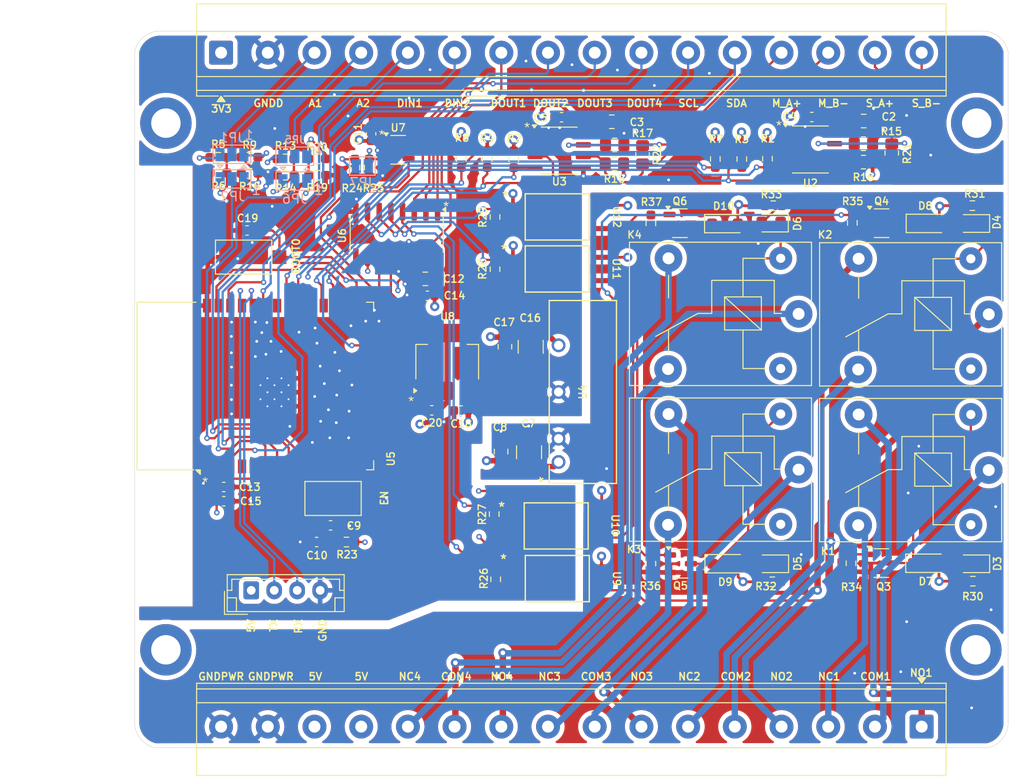
<source format=kicad_pcb>
(kicad_pcb (version 20241229) (generator "pcbnew") (generator_version "9.0")
  (layers (0 "F.Cu" signal) (4 "In1.Cu" signal) (6 "In2.Cu" signal) (2 "B.Cu" signal) (13 "F.Paste" user) (15 "B.Paste" user) (5 "F.SilkS" user "F.Silkscreen") (7 "B.SilkS" user "B.Silkscreen") (1 "F.Mask" user) (3 "B.Mask" user) (25 "Edge.Cuts" user))
  (net 0 "")
  (net 1 "ESP_EN")
  (net 2 "GNDD")
  (net 3 "+3.3V")
  (net 4 "ESP_I0")
  (net 5 "Net-(JP5-A)")
  (net 6 "+5V")
  (net 7 "Net-(D3-A)")
  (net 8 "Net-(D4-A)")
  (net 9 "Net-(D5-A)")
  (net 10 "Net-(D5-K)")
  (net 11 "Net-(D10-K)")
  (net 12 "ESP_RX")
  (net 13 "ESP_TX")
  (net 14 "SLAVE_MODBUS_B")
  (net 15 "E_AIN_2")
  (net 16 "E_AIN_1")
  (net 17 "SLAVE_MODBUS_A")
  (net 18 "MASTER_MODBUS_A")
  (net 19 "MASTER_MODBUS_B")
  (net 20 "Net-(JP1-A)")
  (net 21 "Net-(JP2-A)")
  (net 22 "Net-(JP5-B)")
  (net 23 "Net-(JP6-A)")
  (net 24 "ADC_IN_1")
  (net 25 "ADC_IN_2")
  (net 26 "Net-(Q3-G)")
  (net 27 "Net-(Q4-G)")
  (net 28 "Net-(Q5-G)")
  (net 29 "Net-(Q6-G)")
  (net 30 "DOUT_DRV_1")
  (net 31 "DOUT_DRV_2")
  (net 32 "DOUT_DRV_3")
  (net 33 "DOUT_DRV_4")
  (net 34 "DC_DRV_2")
  (net 35 "DC_DRV_1")
  (net 36 "DC_DRV_3")
  (net 37 "DC_DRV_4")
  (net 38 "DIN_1")
  (net 39 "DIN_2")
  (net 40 "SLAVE_DI")
  (net 41 "SLAVE_EN")
  (net 42 "SLAVE_RO")
  (net 43 "MASTER_DI")
  (net 44 "MASTER_EN")
  (net 45 "MASTER_RO")
  (net 46 "ESP_SDA")
  (net 47 "ESP_SCL")
  (net 48 "REG_DIN")
  (net 49 "WDT_DONE")
  (net 50 "DIG_IN")
  (net 51 "REG_CS")
  (net 52 "REG_CLK")
  (net 53 "GNDPWR")
  (net 54 "+5VA")
  (net 55 "Net-(D3-K)")
  (net 56 "Net-(D4-K)")
  (net 57 "Net-(D6-A)")
  (net 58 "COM1")
  (net 59 "NC1")
  (net 60 "NC2")
  (net 61 "NO4")
  (net 62 "NO3")
  (net 63 "NC4")
  (net 64 "NO1")
  (net 65 "COM4")
  (net 66 "COM3")
  (net 67 "COM2")
  (net 68 "NC3")
  (net 69 "NO2")
  (net 70 "Net-(JP1-B)")
  (net 71 "Net-(JP2-B)")
  (net 72 "Net-(JP6-B)")
  (net 73 "Net-(JP7-B)")
  (net 74 "Net-(JP7-A)")
  (net 75 "Net-(R26-Pad2)")
  (net 76 "Net-(R27-Pad2)")
  (net 77 "Net-(R28-Pad2)")
  (net 78 "Net-(R29-Pad2)")
  (footprint "Resistor_SMD:R_0603_1608Metric_Pad0.98x0.95mm_HandSolder" (layer "F.Cu") (at 75.695 106.2 90)
    (property "Reference" "R8")
    (property "Value" "1K")
  )
  (footprint "Package_TO_SOT_SMD:SOT-23-3" (layer "F.Cu") (at 99.54 150.25)
    (property "Reference" "Q5")
    (property "Value" "Q_NMOS_Depletion_GSD")
  )
  (footprint "Resistor_SMD:R_0603_1608Metric_Pad0.98x0.95mm_HandSolder" (layer "F.Cu") (at 60.025 107.9725)
    (property "Reference" "R20")
    (property "Value" "20k")
  )
  (footprint "Capacitor_SMD:C_0603_1608Metric" (layer "F.Cu") (at 72.485 133.56)
    (property "Reference" "C20")
    (property "Value" "22uF")
  )
  (footprint "MountingHole:MountingHole_3.2mm_M3_DIN965_Pad_TopBottom" (layer "F.Cu") (at 43.57 159.62)
    (property "Reference" "H2" (hide yes))
    (property "Value" "MountingHole")
  )
  (footprint "InnovKits:APC-817xx-SL_AMB" (layer "F.Cu") (at 86.02 146.14)
    (property "Reference" "U10")
    (property "Value" "PC817")
  )
  (footprint "InnovKits:APC-817xx-SL_AMB" (layer "F.Cu") (at 86.13 118.17)
    (property "Reference" "U11")
    (property "Value" "PC817")
  )
  (footprint "Package_TO_SOT_SMD:SOT-223-3_TabPin2" (layer "F.Cu") (at 74.1675 128.29 90)
    (property "Reference" "U8")
    (property "Value" "AMS1117-3.3")
  )
  (footprint "Resistor_SMD:R_0603_1608Metric_Pad0.98x0.95mm_HandSolder" (layer "F.Cu") (at 52.6625 106 180)
    (property "Reference" "R9")
    (property "Value" "10k")
  )
  (footprint "Diode_SMD:D_SOD-123F" (layer "F.Cu") (at 126.25 150.2)
    (property "Reference" "D7")
    (property "Value" "1N4001")
  )
  (footprint "Resistor_SMD:R_0603_1608Metric_Pad0.98x0.95mm_HandSolder" (layer "F.Cu") (at 131.2925 111.28)
    (property "Reference" "R31")
    (property "Value" "1k")
  )
  (footprint "Resistor_SMD:R_0603_1608Metric_Pad0.98x0.95mm_HandSolder" (layer "F.Cu") (at 106.21 106.2025 90)
    (property "Reference" "R3")
    (property "Value" "1K")
  )
  (footprint "Package_TO_SOT_SMD:SOT-23-3" (layer "F.Cu") (at 121.415 113.19)
    (property "Reference" "Q4")
    (property "Value" "Q_NMOS_Depletion_GSD")
  )
  (footprint "Relay_THT:Relay_SPDT_SANYOU_SRD_Series_Form_C" (layer "F.Cu") (at 133.07 123.11 180)
    (property "Reference" "K2")
    (property "Value" "SRD-05VDC-SL-C")
  )
  (footprint "TerminalBlock_Phoenix:TerminalBlock_Phoenix_MKDS-1,5-16-5.08_1x16_P5.08mm_Horizontal" (layer "F.Cu") (at 49.571761 94.631827)
    (property "Reference" "J7" (hide yes))
    (property "Value" "Screw_Terminal_01x16")
  )
  (footprint "Resistor_SMD:R_0603_1608Metric_Pad0.98x0.95mm_HandSolder" (layer "F.Cu") (at 78.515 106.1975 90)
    (property "Reference" "R4")
    (property "Value" "1K")
  )
  (footprint "Capacitor_SMD:C_0603_1608Metric" (layer "F.Cu") (at 113.825 101.6325 180)
    (property "Reference" "C4")
    (property "Value" "0.1uF")
  )
  (footprint "Resistor_SMD:R_0603_1608Metric_Pad0.98x0.95mm_HandSolder" (layer "F.Cu") (at 79.37 112.5175 -90)
    (property "Reference" "R29")
    (property "Value" "180")
  )
  (footprint "Button_Switch_SMD:SW_SPST_CK_RS282G05A3" (layer "F.Cu") (at 52.02 116.88 180)
    (property "Reference" "SW2" (hide yes))
    (property "Value" "SW_Push")
  )
  (footprint "Resistor_SMD:R_0603_1608Metric_Pad0.98x0.95mm_HandSolder" (layer "F.Cu") (at 109.6325 111.29)
    (property "Reference" "R33")
    (property "Value" "1k")
  )
  (footprint "Resistor_SMD:R_0805_2012Metric_Pad1.20x1.40mm_HandSolder" (layer "F.Cu") (at 119.44 104.54)
    (property "Reference" "R15")
    (property "Value" "20K")
  )
  (footprint "Capacitor_SMD:C_0805_2012Metric_Pad1.18x1.45mm_HandSolder" (layer "F.Cu") (at 71.79 119.25)
    (property "Reference" "C12")
    (property "Value" "10uF")
  )
  (footprint "InnovKits:APC-817xx-SL_AMB" (layer "F.Cu") (at 86.13 112.5056)
    (property "Reference" "U12")
    (property "Value" "PC817")
  )
  (footprint "Resistor_SMD:R_0603_1608Metric_Pad0.98x0.95mm_HandSolder" (layer "F.Cu") (at 103.33 106.2025 90)
    (property "Reference" "R7")
    (property "Value" "1K")
  )
  (footprint "LED_SMD:LED_0805_2012Metric_Pad1.15x1.40mm_HandSolder" (layer "F.Cu") (at 131.305 113.2225 180)
    (property "Reference" "D4")
    (property "Value" "LED")
  )
  (footprint "Resistor_SMD:R_0603_1608Metric_Pad0.98x0.95mm_HandSolder" (layer "F.Cu") (at 56.575 106.1925)
    (property "Reference" "R13")
    (property "Value" "200k")
  )
  (footprint "Package_TO_SOT_SMD:SOT-23-6" (layer "F.Cu") (at 68.83 105.2)
    (property "Reference" "U7")
    (property "Value" "TPL5010")
  )
  (footprint "Resistor_SMD:R_0805_2012Metric_Pad1.20x1.40mm_HandSolder" (layer "F.Cu") (at 119.44 106.54 180)
    (property "Reference" "R16")
    (property "Value" "20K")
  )
  (footprint "Resistor_SMD:R_0603_1608Metric_Pad0.98x0.95mm_HandSolder" (layer "F.Cu") (at 79.44 151.95 -90)
    (property "Reference" "R26")
    (property "Value" "180")
  )
  (footprint "Resistor_SMD:R_0603_1608Metric_Pad0.98x0.95mm_HandSolder" (layer "F.Cu") (at 56.605 107.9625 180)
    (property "Reference" "R14")
    (property "Value" "100k")
  )
  (footprint "Capacitor_SMD:C_1210_3225Metric_Pad1.33x2.70mm_HandSolder" (layer "F.Cu") (at 83.068379 138.117098 90)
    (property "Reference" "C8")
    (property "Value" "100uF")
  )
  (footprint "Resistor_SMD:R_0603_1608Metric_Pad0.98x0.95mm_HandSolder" (layer "F.Cu") (at 109 106.1625 90)
    (property "Reference" "R1")
    (property "Value" "1K")
  )
  (footprint "Resistor_SMD:R_0603_1608Metric_Pad0.98x0.95mm_HandSolder" (layer "F.Cu") (at 109.53 152.22)
    (property "Reference" "R32")
    (property "Value" "1k")
  )
  (footprint "Resistor_SMD:R_0805_2012Metric_Pad1.20x1.40mm_HandSolder" (layer "F.Cu") (at 95.415 105.74 90)
    (property "Reference" "R22")
    (property "Value" "120")
  )
  (footprint "Relay_THT:Relay_SPDT_SANYOU_SRD_Series_Form_C" (layer "F.Cu") (at 112.39 140.01 180)
    (property "Reference" "K3")
    (property "Value" "SRD-05VDC-SL-C")
  )
  (footprint "Capacitor_SMD:C_0603_1608Metric" (layer "F.Cu") (at 59.9625 147.89)
    (property "Reference" "C10")
    (property "Value" "0.1uF")
  )
  (footprint "Resistor_SMD:R_0603_1608Metric_Pad0.98x0.95mm_HandSolder" (layer "F.Cu") (at 96.32 150.24 -90)
    (property "Reference" "R36")
    (property "Value" "10K")
  )
  (footprint "Capacitor_SMD:C_0603_1608Metric" (layer "F.Cu") (at 65.89 103.46 90)
    (property "Reference" "C11")
    (property "Value" "0.1uF")
  )
  (footprint "InnovKits:APC-817xx-SL_AMB" (layer "F.Cu") (at 86.14 151.87)
    (property "Reference" "U9")
    (property "Value" "PC817")
  )
  (footprint "Resistor_SMD:R_0603_1608Metric_Pad0.98x0.95mm_HandSolder" (layer "F.Cu") (at 118.09 150.21 -90)
    (property "Reference" "R34")
    (property "Value" "10K")
  )
  (footprint "Package_SO:SOIC-16_3.9x9.9mm_P1.27mm" (layer "F.Cu") (at 68.675 114.405 -90)
    (property "Reference" "U6")
    (property "Value" "74HC595")
  )
  (footprint "Relay_THT:Relay_SPDT_SANYOU_SRD_Series_Form_C" (layer "F.Cu") (at 112.39 123.06 180)
    (property "Reference" "K4")
    (property "Value" "SRD-05VDC-SL-C")
  )
  (footprint "Resistor_SMD:R_0603_1608Metric_Pad0.98x0.95mm_HandSolder" (layer "F.Cu") (at 65.68 107.13 90)
    (property "Reference" "R25")
    (property "Value" "40.2K")
  )
  (footprint "Capacitor_SMD:C_0805_2012Metric_Pad1.18x1.45mm_HandSolder" (layer "F.Cu") (at 80.45 126.63 90)
    (property "Reference" "C17")
    (property "Value" "10uF")
  )
  (footprint "MountingHole:MountingHole_3.2mm_M3_DIN965_Pad_TopBottom" (layer "F.Cu") (at 131.67 159.62)
    (property "Reference" "H4" (hide yes))
    (property "Value" "MountingHole")
  )
  (footprint "Diode_SMD:D_SOD-123F" (layer "F.Cu") (at 104.37 113.23)
    (property "Reference" "D10")
    (property "Value" "1N4001")
  )
  (footprint "Capacitor_SMD:C_0603_1608Metric" (layer "F.Cu") (at 52.4 113.98 180)
    (property "Reference" "C19")
    (property "Value" "0.1uF")
  )
  (footprint "MountingHole:MountingHole_3.2mm_M3_DIN965_Pad_TopBottom" (layer "F.Cu") (at 131.76 102.3)
    (property "Reference" "H3" (hide yes))
    (property "Value" "MountingHole")
  )
  (footprint "Resistor_SMD:R_0603_1608Metric_Pad0.98x0.95mm_HandSolder" (layer "F.Cu") (at 96.32 113.21 -90)
    (property "Reference" "R37")
    (property "Value" "10K")
  )
  (footprint "Resistor_SMD:R_0805_2012Metric_Pad1.20x1.40mm_HandSolder" (layer "F.Cu") (at 92.385 104.67)
    (property "Reference" "R17")
    (property "Value" "20K")
  )
  (footprint "Capacitor_SMD:C_0603_1608Metric" (layer "F.Cu") (at 49.865 141.9)
    (property "Reference" "C13")
    (property "Value" "22uF")
  )
  (footprint "Package_SO:SOP-8_3.9x4.9mm_P1.27mm" (layer "F.Cu") (at 113.67 105.1675)
    (property "Reference" "U2")
    (property "Value" "MAX485E")
  )
  (footprint "Resistor_SMD:R_0603_1608Metric_Pad0.98x0.95mm_HandSolder" (layer "F.Cu") (at 79.37 118.2 -90)
    (property "Reference" "R28")
    (property "Value" "180")
  )
  (footprint "MountingHole:MountingHole_3.2mm_M3_DIN965_Pad_TopBottom" (layer "F.Cu") (at 43.57 102.3)
    (property "Reference" "H1" (hide yes))
    (property "Value" "MountingHole")
  )
  (footprint "InnovKits:B_S-2WR2_MNS" (layer "F.Cu") (at 86.28 139.18 90)
    (property "Reference" "U4")
    (property "Value" "B0505S-2WR3")
  )
  (footprint "Capacitor_SMD:C_0603_1608Metric" (layer "F.Cu") (at 49.865 143.45)
    (property "Reference" "C15")
    (property "Value" "0.1uF")
  )
  (footprint "Package_SO:SOP-8_3.9x4.9mm_P1.27mm" (layer "F.Cu") (at 86.35 105.295)
    (property "Reference" "U3")
    (property "Value" "MAX485E")
  )
  (footprint "Button_Switch_SMD:SW_SPST_CK_RS282G05A3" (layer "F.Cu") (at 61.7525 143.15 180)
    (property "Reference" "SW1" (hide yes))
    (property "Value" "SW_Push")
  )
  (footprint "Relay_THT:Relay_SPDT_SANYOU_SRD_Series_Form_C" (layer "F.Cu") (at 133.07 140.06 180)
    (property "Reference" "K1")
    (property "Value" "SRD-05VDC-SL-C")
  )
  (footprint "Resistor_SMD:R_0805_2012Metric_Pad1.20x1.40mm_HandSolder" (layer "F.Cu") (at 122.52 105.56 90)
    (property "Reference" "R21")
    (property "Value" "120")
  )
  (footprint "Capacitor_SMD:C_1210_3225Metric_Pad1.33x2.70mm_HandSolder" (layer "F.Cu") (at 83.25 126.64 -90)
    (property "Reference" "C16")
    (property "Value" "100uF")
  )
  (footprint "Capacitor_SMD:C_0603_1608Metric" (layer "F.Cu") (at 72.0175 121.09)
    (property "Reference" "C14")
    (property "Value" "0.1uF")
  )
  (footprint "Capacitor_SMD:C_0603_1608Metric" (layer "F.Cu") (at 75.685 133.58)
    (property "Reference" "C18")
    (property "Value" "22uF")
  )
  (footprint "Resistor_SMD:R_0603_1608Metric_Pad0.98x0.95mm_HandSolder" (layer "F.Cu") (at 81.405 106.2275 90)
    (property "Reference" "R2")
    (property "Value" "1K")
  )
  (footprint "Package_TO_SOT_SMD:SOT-23-3" (layer "F.Cu") (at 99.48 113.19)
    (property "Reference" "Q6")
    (property "Value" "Q_NMOS_Depletion_GSD")
  )
  (footprint "Resistor_SMD:R_0603_1608Metric_Pad0.98x0.95mm_HandSolder" (layer "F.Cu") (at 49.2725 106.02)
    (property "Reference" "R5")
    (property "Value" "200k")
  )
  (footprint "Capacitor_SMD:C_0603_1608Metric" (layer "F.Cu") (at 86.605 101.66 180)
    (property "Reference" "C5")
    (property "Value" "0.1uF")
  )
  (footprint "Resistor_SMD:R_0603_1608Metric_Pad0.98x0.95mm_HandSolder" (layer "F.Cu") (at 49.29 107.71 180)
    (property "Reference" "R6")
    (property "Value" "100k")
  )
  (footprint "Resistor_SMD:R_0603_1608Metric_Pad0.98x0.95mm_HandSolder" (layer "F.Cu") (at 64.13 107.14 90)
    (property "Reference" "R24")
    (property "Value" "10K")
  )
  (footprint "Resistor_SMD:R_0603_1608Metric_Pad0.98x0.95mm_HandSolder" (layer "F.Cu") (at 60.005 106.1825 180)
    (property "Reference" "R19")
    (property "Value" "10k")
  )
  (footprint "Diode_SMD:D_SOD-123F" (layer "F.Cu") (at 104.4125 150.25)
    (property "Reference" "D9")
    (property "Value" "1N4001")
  )
  (footprint "Connector_JST:JST_EH_B4B-EH-A_1x04_P2.50mm_Vertical" (layer "F.Cu") (at 52.85 153.15)
    (property "Reference" "J2" (hide yes))
    (property "Value" "Conn_01x04_Socket")
  )
  (footprint "Resistor_SMD:R_0603_1608Metric_Pad0.98x0.95mm_HandSolder" (layer "F.Cu") (at 131.34 152.15)
    (property "Reference" "R30")
    (property "Value" "1k")
  )
  (footprint "RF_Module:ESP32-WROOM-32" (layer "F.Cu") (at 56.29 130.91 90)
    (property "Reference" "U5")
    (property "Value" "ESP32-WROOM-32")
  )
  (footprint "Resistor_SMD:R_0603_1608Metric_Pad0.98x0.95mm_HandSolder" (layer "F.Cu") (at 52.68 107.76 180)
    (property "Reference" "R10")
    (property "Value" "20k")
  )
  (footprint "Resistor_SMD:R_0603_1608Metric_Pad0.98x0.95mm_HandSolder" (layer "F.Cu") (at 79.28 144.85 -90)
    (property "Reference" "R27")
    (property "Value" "180")
  )
  (footprint "Resistor_SMD:R_0805_2012Metric_Pad1.20x1.40mm_HandSolder" (layer "F.Cu") (at 92.355 106.72 180)
    (property "Reference" "R18")
    (property "Value" "20K")
  )
  (footprint "Capacitor_SMD:C_0603_1608Metric" (layer "F.Cu") (at 61.4825 146.08 180)
    (property "Reference" "C9")
    (property "Value" "0.1uF")
  )
  (footprint "Resistor_SMD:R_0603_1608Metric_Pad0.98x0.95mm_HandSolder" (layer "F.Cu") (at 63.2125 147.89 180)
    (property "Reference" "R23")
    (property "Value" "1K")
  )
  (footprint "LED_SMD:LED_0805_2012Metric_Pad1.15x1.40mm_HandSolder" (layer "F.Cu") (at 109.4075 113.18 180)
    (property "Reference" "D6")
    (property "Value" "LED")
  )
  (footprint "Capacitor_SMD:C_0805_2012Metric_Pad1.18x1.45mm_HandSolder" (layer "F.Cu") (at 119.46 102.07 180)
    (property "Reference" "C2")
    (property "Value" "10uF")
  )
  (footprint "Package_TO_SOT_SMD:SOT-23-3" (layer "F.Cu") (at 121.38 150.18)
    (property "Reference" "Q3")
    (property "Value" "Q_NMOS_Depletion_GSD")
  )
  (footprint "Diode_SMD:D_SOD-123F" (layer "F.Cu") (at 126.2975 113.2125)
    (property "Reference" "D8")
    (property "Value" "1N4001")
  )
  (footprint "TerminalBlock_Phoenix:TerminalBlock_Phoenix_MKDS-1,5-16-5.08_1x16_P5.08mm_Horizontal" (layer "F.Cu") (at 125.771761 167.981827 180)
    (property "Reference" "J6" (hide yes))
    (property "Value" "Screw_Terminal_01x16")
  )
  (footprint "Resistor_SMD:R_0603_1608Metric_Pad0.98x0.95mm_HandSolder" (layer "F.Cu") (at 118.235 113.1525 -90)
    (property "Reference" "R35")
    (property "Value" "10K")
  )
  (footprint "LED_SMD:LED_0805_2012Metric_Pad1.15x1.40mm_HandSolder" (layer "F.Cu") (at 131.31 150.26 180)
    (property "Reference" "D3")
    (property "Value" "LED")
  )
  (footprint "Capacitor_SMD:C_0805_2012Metric_Pad1.18x1.45mm_HandSolder" (layer "F.Cu") (at 80.028379 138.047098 -90)
    (property "Reference" "C7")
    (property "Value" "10uF")
  )
  (footprint "Capacitor_SMD:C_0805_2012Metric_Pad1.18x1.45mm_HandSolder" (layer "F.Cu") (at 92.065 102.15 180)
    (property "Reference" "C3")
    (property "Value" "10uF")
  )
  (footprint "LED_SMD:LED_0805_2012Metric_Pad1.15x1.40mm_HandSolder" (layer "F.Cu") (at 109.4375 150.26 180)
    (property "Reference" "D5")
    (property "Value" "LED")
  )
  (footprint "Jumper:SolderJumper-3_P1.3mm_Open_Pad1.0x1.5mm" (layer "B.Cu") (at 57.59 105.9 180)
    (property "Reference" "JP5")
    (property "Value" "SolderJumper_3_Open")
  )
  (footprint "Jumper:SolderJumper-3_P1.3mm_Open_Pad1.0x1.5mm" (layer "B.Cu") (at 50.7475 105.69 180)
    (property "Reference" "JP1")
    (property "Value" "SolderJumper_3_Open")
  )
  (footprint "Jumper:SolderJumper-3_P1.3mm_Open_Pad1.0x1.5mm" (layer "B.Cu") (at 50.7675 108.3725)
    (property "Reference" "JP2")
    (property "Value" "SolderJumper_3_Open")
  )
  (footprint "Jumper:SolderJumper-2_P1.3mm_Open_Pad1.0x1.5mm" (layer "B.Cu") (at 64.93 106.97)
    (property "Reference" "JP7")
    (property "Value" "SolderJumper_2_Open")
  )
  (footprint "Jumper:SolderJumper-3_P1.3mm_Open_Pad1.0x1.5mm" (layer "B.Cu") (at 57.595 108.6025)
    (property "Reference" "JP6")
    (property "Value" "SolderJumper_3_Open")
  )
  (gr_line (start 132.955693 170.284169) (end 47.9277 170.274076) (stroke (width 0.05)) (layer "Edge.Cuts"))
  (gr_line (start 135.174103 94.501394) (end 135.17526 167.364192) (stroke (width 0.05)) (layer "Edge.Cuts"))
  (gr_arc (start 40.171761 94.501827) (mid 41.224103 92.855759) (end 43.091738 92.28226) (stroke (width 0.05)) (layer "Edge.Cuts"))
  (gr_arc (start 42.391328 170.284169) (mid 40.74526 169.231827) (end 40.171761 167.364192) (stroke (width 0.05)) (layer "Edge.Cuts"))
  (gr_line (start 40.171761 167.364192) (end 40.171761 94.501827) (stroke (width 0.05)) (layer "Edge.Cuts"))
  (gr_arc (start 132.254126 92.281827) (mid 134.121762 92.855324) (end 135.174103 94.501394) (stroke (width 0.05)) (layer "Edge.Cuts"))
  (gr_line (start 43.091738 92.28226) (end 132.254126 92.281827) (stroke (width 0.05)) (layer "Edge.Cuts"))
  (gr_line (start 47.9277 170.274076) (end 42.391328 170.284169) (stroke (width 0.05)) (layer "Edge.Cuts"))
  (gr_arc (start 135.17526 167.364192) (mid 134.601762 169.231829) (end 132.955693 170.284169) (stroke (width 0.05)) (layer "Edge.Cuts"))
  (gr_text "TX" (at 55.77 157.76381 90) (layer "F.SilkS") (effects (font (size 0.8 0.8) (thickness 0.16) (bold yes)) (justify left bottom)))
  (gr_text "*" (at 66.6 104.2 0) (layer "F.SilkS") (effects (font (size 1 1) (thickness 0.1)) (justify left bottom)))
  (gr_text "S_A+\n" (at 119.6 100.6 0) (layer "F.SilkS") (effects (font (size 0.8 0.8) (thickness 0.16) (bold yes)) (justify left bottom)))
  (gr_text "NC1" (at 114.4 163 0) (layer "F.SilkS") (effects (font (size 0.8 0.8) (thickness 0.16) (bold yes)) (justify left bottom)))
  (gr_text "*" (at 47.4 142 0) (layer "F.SilkS") (effects (font (size 1 1) (thickness 0.1)) (justify left bottom)))
  (gr_text "NO2" (at 109.2 163 0) (layer "F.SilkS") (effects (font (size 0.8 0.8) (thickness 0.16) (bold yes)) (justify left bottom)))
  (gr_text "*" (at 69.8 133.2 0) (layer "F.SilkS") (effects (font (size 1 1) (thickness 0.1)) (justify left bottom)))
  (gr_text "EN" (at 67.8 144 90) (layer "F.SilkS") (effects (font (size 0.8 0.8) (thickness 0.16) (bold yes)) (justify left bottom)))
  (gr_text "NO3" (at 94 163 0) (layer "F.SilkS") (effects (font (size 0.8 0.8) (thickness 0.16) (bold yes)) (justify left bottom)))
  (gr_text "NO1" (at 124.4 162.6 0) (layer "F.SilkS") (effects (font (size 0.8 0.8) (thickness 0.16) (bold yes)) (justify left bottom)))
  (gr_text "5V" (at 53.31 157.84 90) (layer "F.SilkS") (effects (font (size 0.8 0.8) (thickness 0.16) (bold yes)) (justify left bottom)))
  (gr_text "GNDPWR" (at 47 163 0) (layer "F.SilkS") (effects (font (size 0.8 0.8) (thickness 0.16) (bold yes)) (justify left bottom)))
  (gr_text "A2" (at 64.2 100.6 0) (layer "F.SilkS") (effects (font (size 0.8 0.8) (thickness 0.16) (bold yes)) (justify left bottom)))
  (gr_text "SCL\n" (at 99.2 100.6 0) (layer "F.SilkS") (effects (font (size 0.8 0.8) (thickness 0.16) (bold yes)) (justify left bottom)))
  (gr_text "M_A+\n" (at 109.4 100.6 0) (layer "F.SilkS") (effects (font (size 0.8 0.8) (thickness 0.16) (bold yes)) (justify left bottom)))
  (gr_text "5V" (at 64 163 0) (layer "F.SilkS") (effects (font (size 0.8 0.8) (thickness 0.16) (bold yes)) (justify left bottom)))
  (gr_text "SDA" (at 104.4 100.6 0) (layer "F.SilkS") (effects (font (size 0.8 0.8) (thickness 0.16) (bold yes)) (justify left bottom)))
  (gr_text "A1" (at 59 100.6 0) (layer "F.SilkS") (effects (font (size 0.8 0.8) (thickness 0.16) (bold yes)) (justify left bottom)))
  (gr_text "*" (at 73.6 112 0) (layer "F.SilkS") (effects (font (size 1 1) (thickness 0.1)) (justify left bottom)))
  (gr_text "DOUT4\n" (at 93.6 100.6 0) (layer "F.SilkS") (effects (font (size 0.8 0.8) (thickness 0.16) (bold yes)) (justify left bottom)))
  (gr_text "COM2" (at 103.8 163 0) (layer "F.SilkS") (effects (font (size 0.8 0.8) (thickness 0.16) (bold yes)) (justify left bottom)))
  (gr_text "GND\n" (at 61.09 158.830476 90) (layer "F.SilkS") (effects (font (size 0.8 0.8) (thickness 0.16) (bold yes)) (justify left bottom)))
  (gr_text "NC3" (at 84 163 0) (layer "F.SilkS") (effects (font (size 0.8 0.8) (thickness 0.16) (bold yes)) (justify left bottom)))
  (gr_text "3V3" (at 48.4 101.2 0) (layer "F.SilkS") (effects (font (size 0.8 0.8) (thickness 0.16) (bold yes)) (justify left bottom)))
  (gr_text "DIN1" (at 68.6 100.6 0) (layer "F.SilkS") (effects (font (size 0.8 0.8) (thickness 0.16) (bold yes)) (justify left bottom)))
  (gr_text "COM1" (at 119 163 0) (layer "F.SilkS") (effects (font (size 0.8 0.8) (thickness 0.16) (bold yes)) (justify left bottom)))
  (gr_text "COM4" (at 73.4 163 0) (layer "F.SilkS") (effects (font (size 0.8 0.8) (thickness 0.16) (bold yes)) (justify left bottom)))
  (gr_text "S_B-\n" (at 124.6 100.6 0) (layer "F.SilkS") (effects (font (size 0.8 0.8) (thickness 0.16) (bold yes)) (justify left bottom)))
  (gr_text "DOUT1" (at 78.8 100.6 0) (layer "F.SilkS") (effects (font (size 0.8 0.8) (thickness 0.16) (bold yes)) (justify left bottom)))
  (gr_text "NC4" (at 68.8 163 0) (layer "F.SilkS") (effects (font (size 0.8 0.8) (thickness 0.16) (bold yes)) (justify left bottom)))
  (gr_text "DOUT3\n" (at 88.2 100.6 0) (layer "F.SilkS") (effects (font (size 0.8 0.8) (thickness 0.16) (bold yes)) (justify left bottom)))
  (gr_text "COM3" (at 88.6 163 0) (layer "F.SilkS") (effects (font (size 0.8 0.8) (thickness 0.16) (bold yes)) (justify left bottom)))
  (gr_text "NC2" (at 99.2 163 0) (layer "F.SilkS") (effects (font (size 0.8 0.8) (thickness 0.16) (bold yes)) (justify left bottom)))
  (gr_text "GNDPWR" (at 52.4 163 0) (layer "F.SilkS") (effects (font (size 0.8 0.8) (thickness 0.16) (bold yes)) (justify left bottom)))
  (gr_text "*" (at 109.8 103.2 0) (layer "F.SilkS") (effects (font (size 1 1) (thickness 0.1)) (justify left bottom)))
  (gr_text "*" (at 82.4 103.4 0) (layer "F.SilkS") (effects (font (size 1 1) (thickness 0.1)) (justify left bottom)))
  (gr_text "5V" (at 59 163 0) (layer "F.SilkS") (effects (font (size 0.8 0.8) (thickness 0.16) (bold yes)) (justify left bottom)))
  (gr_text "BOOT0" (at 58.2 118.8 90) (layer "F.SilkS") (effects (font (size 0.8 0.8) (thickness 0.16) (bold yes)) (justify left bottom)))
  (gr_text "GNDD" (at 53 100.6 0) (layer "F.SilkS") (effects (font (size 0.8 0.8) (thickness 0.16) (bold yes)) (justify left bottom)))
  (gr_text "DIN2\n" (at 73.8 100.6 0) (layer "F.SilkS") (effects (font (size 0.8 0.8) (thickness 0.16) (bold yes)) (justify left bottom)))
  (gr_text "DOUT2\n" (at 83.4 100.6 0) (layer "F.SilkS") (effects (font (size 0.8 0.8) (thickness 0.16) (bold yes)) (justify left bottom)))
  (gr_text "M_B-" (at 114.4 100.6 0) (layer "F.SilkS") (effects (font (size 0.8 0.8) (thickness 0.16) (bold yes)) (justify left bottom)))
  (gr_text "RX" (at 58.46 157.954286 90) (layer "F.SilkS") (effects (font (size 0.8 0.8) (thickness 0.16) (bold yes)) (justify left bottom)))
  (gr_text "NO4" (at 78.8 163 0) (layer "F.SilkS") (effects (font (size 0.8 0.8) (thickness 0.16) (bold yes)) (justify left bottom)))
  (gr_text "1" (at 60.2 109.6025 0) (layer "B.SilkS") (effects (font (size 1 1)) (justify mirror)))
  (gr_text "1" (at 52.6 103.6 0) (layer "B.SilkS") (effects (font (size 1 1)) (justify mirror)))
  (gr_text "1" (at 53.4 109.6 0) (layer "B.SilkS") (effects (font (size 1 1)) (justify mirror)))
  (gr_text "1" (at 60.2 105 0) (layer "B.SilkS") (effects (font (size 1 1)) (justify mirror)))
  (segment (start 53.12 141) (end 55.27 143.15) (width 0.25) (layer "F.Cu") (net 1))
  (segment (start 71.51 107.11) (end 68.889 109.731) (width 0.25) (layer "F.Cu") (net 1))
  (segment (start 55.27 143.15) (end 57.8525 143.15) (width 0.25) (layer "F.Cu") (net 1))
  (segment (start 50.34 139.69) (end 50.34 140.69) (width 0.25) (layer "F.Cu") (net 1))
  (segment (start 61.321942 112.285868) (end 61.321942 112.531942) (width 0.25) (layer "F.Cu") (net 1))
  (segment (start 68.889 109.731) (end 63.87681 109.731) (width 0.25) (layer "F.Cu") (net 1))
  (segment (start 50.65 141) (end 53.12 141) (width 0.25) (layer "F.Cu") (net 1))
  (segment (start 57.8525 145.015) (end 58.9175 146.08) (width 0.25) (layer "F.Cu") (net 1))
  (segment (start 57.8525 143.15) (end 57.8525 145.015) (width 0.25) (layer "F.Cu") (net 1))
  (segment (start 50.58 138.834442) (end 50.58 139.66) (width 0.25) (layer "F.Cu") (net 1))
  (segment (start 50.34 140.69) (end 50.65 141) (width 0.25) (layer "F.Cu") (net 1))
  (segment (start 63.87681 109.731) (end 61.321942 112.285868) (width 0.25) (layer "F.Cu") (net 1))
  (segment (start 60.7375 147.89) (end 62.3 147.89) (width 0.25) (layer "F.Cu") (net 1))
  (segment (start 51.604442 137.81) (end 50.58 138.834442) (width 0.25) (layer "F.Cu") (net 1))
  (segment (start 71.51 105.04) (end 71.51 107.11) (width 0.25) (layer "F.Cu") (net 1))
  (segment (start 60.7075 147.86) (end 60.7375 147.89) (width 0.25) (layer "F.Cu") (net 1))
  (segment (start 70.72 104.25) (end 71.51 105.04) (width 0.25) (layer "F.Cu") (net 1))
  (segment (start 58.9175 146.08) (end 60.7075 146.08) (width 0.25) (layer "F.Cu") (net 1))
  (segment (start 53.15 137.81) (end 51.604442 137.81) (width 0.25) (layer "F.Cu") (net 1))
  (segment (start 53.25 137.91) (end 53.15 137.81) (width 0.25) (layer "F.Cu") (net 1))
  (segment (start 69.9675 104.25) (end 70.72 104.25) (width 0.25) (layer "F.Cu") (net 1))
  (segment (start 60.7075 146.08) (end 60.7075 147.86) (width 0.25) (layer "F.Cu") (net 1))
  (via (at 61.321942 112.531942) (size 0.6) (drill 0.3) (layers "F.Cu" "B.Cu") (net 1))
  (via (at 53.25 137.91) (size 0.6) (drill 0.3) (layers "F.Cu" "B.Cu") (net 1))
  (segment (start 53.26 137.9) (end 56.32 137.9) (width 0.25) (layer "B.Cu") (net 1))
  (segment (start 55.81 118.04) (end 61.318058 112.531942) (width 0.25) (layer "B.Cu") (net 1))
  (segment (start 58.4 135.82) (end 58.4 127.77) (width 0.25) (layer "B.Cu") (net 1))
  (segment (start 53.25 137.91) (end 53.26 137.9) (width 0.25) (layer "B.Cu") (net 1))
  (segment (start 56.32 137.9) (end 58.4 135.82) (width 0.25) (layer "B.Cu") (net 1))
  (segment (start 61.318058 112.531942) (end 61.321942 112.531942) (width 0.25) (layer "B.Cu") (net 1))
  (segment (start 55.81 125.18) (end 55.81 118.04) (width 0.25) (layer "B.Cu") (net 1))
  (segment (start 58.4 127.77) (end 55.81 125.18) (width 0.25) (layer "B.Cu") (net 1))
  (segment (start 67.1075 108.0425) (end 67.14 108.01) (width 0.25) (layer "F.Cu") (net 2))
  (segment (start 51.7675 108.3675) (end 53 109.6) (width 0.2) (layer "F.Cu") (net 2))
  (segment (start 74.91 133.685) (end 73.795 134.8) (width 0.2) (layer "F.Cu") (net 2))
  (segment (start 51.7675 107.76) (end 51.7675 108.3675) (width 0.2) (layer "F.Cu") (net 2))
  (segment (start 69.31 116.88) (end 69.31 115.89) (width 0.25) (layer "F.Cu") (net 2))
  (segment (start 70.7525 120.0475) (end 69.8 121) (width 0.2) (layer "F.Cu") (net 2))
  (segment (start 113.05 102.62) (end 113.1 102.67) (width 0.25) (layer "F.Cu") (net 2))
  (segment (start 121.6 103.38) (end 121.6 103) (width 0.2) (layer "F.Cu") (net 2))
  (segment (start 85.83 101.66) (end 85.83 102.23) (width 0.2) (layer "F.Cu") (net 2))
  (segment (start 70.7525 119.25) (end 70.15 119.25) (width 0.2) (layer "F.Cu") (net 2))
  (segment (start 51.7675 109.175) (end 50.1425 110.8) (width 0.2) (layer "F.Cu") (net 2))
  (segment (start 55.0425 107.9625) (end 54.68 107.6) (width 0.2) (layer "F.Cu") (net 2))
  (segment (start 93.385 104.67) (end 93.385 103.415) (width 0.2) (layer "F.Cu") (net 2))
  (segment (start 64.23 111.16) (end 64.23 111.93) (width 0.25) (layer "F.Cu") (net 2))
  (segment (start 120.44 104.54) (end 121.6 103.38) (width 0.2) (layer "F.Cu") (net 2))
  (segment (start 50.64 143.45) (end 52.77 143.45) (width 0.25) (layer "F.Cu") (net 2))
  (segment (start 58.19 147.89) (end 58.18 147.88) (width 0.25) (layer "F.Cu") (net 2))
  (segment (start 59.1875 147.89) (end 58.19 147.89) (width 0.25) (layer "F.Cu") (net 2))
  (segment (start 62.2575 146.08) (end 63.52 146.08) (width 0.25) (layer "F.Cu") (net 2))
  (segment (start 88.975 107.2) (end 88.975 108.045) (width 0.25) (layer "F.Cu") (net 2))
  (segment (start 85.83 101.66) (end 85.83 102.17) (width 0.2) (layer "F.Cu") (net 2))
  (segment (start 67.54 143.15) (end 67.57 143.12) (width 0.25) (layer "F.Cu") (net 2))
  (segment (start 48.04 141.11) (end 47.65 141.5) (width 0.2) (layer "F.Cu") (net 2))
  (segment (start 48.04 139.66) (end 48.04 141.11) (width 0.2) (layer "F.Cu") (net 2))
  (segment (start 66.67 105.2) (end 66.6 105.27) (width 0.25) (layer "F.Cu") (net 2))
  (segment (start 120.4975 102.07) (end 120.4975 100.7625) (width 0.25) (layer "F.Cu") (net 2))
  (segment (start 69.31 116.88) (end 69.31 118.01) (width 0.25) (layer "F.Cu") (net 2))
  (segment (start 52.78 141.85) (end 52.656116 141.85) (width 0.25) (layer "F.Cu") (net 2))
  (segment (start 70.7525 119.25) (end 70.7525 120.0475) (width 0.2) (layer "F.Cu") (net 2))
  (segment (start 70.15 119.25) (end 69.6 119.8) (width 0.2) (layer "F.Cu") (net 2))
  (segment (start 52.606116 141.9) (end 50.64 141.9) (width 0.25) (layer "F.Cu") (net 2))
  (segment (start 69.31 118.01) (end 68.88 118.44) (width 0.25) (layer "F.Cu") (net 2))
  (segment (start 93.385 103.415) (end 93.4 103.4) (width 0.2) (layer "F.Cu") (net 2))
  (segment (start 65.68 108.0425) (end 67.1075 108.0425) (width 0.25) (layer "F.Cu") (net 2))
  (segment (start 55.6675 107.9625) (end 54.46 109.17) (width 0.2) (layer "F.Cu") (net 2))
  (segment (start 85.83 102.23) (end 86.4 102.8) (width 0.2) (layer "F.Cu") (net 2))
  (segment (start 63.52 146.08) (end 63.56 146.12) (width 0.25) (layer "F.Cu") (net 2))
  (segment (start 52.656116 141.85) (end 52.606116 141.9) (width 0.25) (layer "F.Cu") (net 2))
  (segment (start 52.77 143.45) (end 52.79 143.43) (width 0.25) (layer "F.Cu") (net 2))
  (segment (start 67.6925 105.2) (end 66.67 105.2) (width 0.25) (layer "F.Cu") (net 2))
  (segment (start 93.385 104.415) (end 94.6 103.2) (width 0.2) (layer "F.Cu") (net 2))
  (segment (start 64.29 110.56) (end 64.29 111.1) (width 0.25) (layer "F.Cu") (net 2))
  (segment (start 85.83 102.17) (end 85.2 102.8) (width 0.2) (layer "F.Cu") (net 2))
  (segment (start 69.31 115.89) (end 70 115.2) (width 0.25) (layer "F.Cu") (net 2))
  (segment (start 88.975 108.045) (end 88.98 108.05) (width 0.25) (layer "F.Cu") (net 2))
  (segment (start 65.6525 143.15) (end 67.54 143.15) (width 0.25) (layer "F.Cu") (net 2))
  (segment (start 55.6925 107.9625) (end 55.6675 107.9625) (width 0.2) (layer "F.Cu") (net 2))
  (segment (start 51.7675 107.76) (end 51.7675 109.175) (width 0.2) (layer "F.Cu") (net 2))
  (segment (start 120.4975 100.7625) (end 120.54 100.72) (width 0.25) (layer "F.Cu") (net 2))
  (segment (start 113.05 101.6325) (end 113.05 102.62) (width 0.25) (layer "F.Cu") (net 2))
  (segment (start 55.6925 107.9625) (end 55.0425 107.9625) (width 0.2) (layer "F.Cu") (net 2))
  (segment (start 93.385 104.67) (end 93.385 104.415) (width 0.2) (layer "F.Cu") (net 2))
  (segment (start 74.91 133.58) (end 74.91 133.685) (width 0.2) (layer "F.Cu") (net 2))
  (segment (start 64.29 111.1) (end 64.23 111.16) (width 0.25) (layer "F.Cu") (net 2))
  (via (at 50.71 128.85) (size 0.6) (drill 0.3) (layers "F.Cu" "B.Cu") (net 2))
  (via (at 53.45 126.05) (size 0.6) (drill 0.3) (layers "F.Cu" "B.Cu") (net 2))
  (via (at 102.68 96.87) (size 0.6) (drill 0.3) (layers "F.Cu" "B.Cu") (net 2))
  (via (at 61.4 136.55) (size 0.6) (drill 0.3) (layers "F.Cu" "B.Cu") (net 2))
  (via (at 67.57 143.12) (size 0.6) (drill 0.3) (layers "F.Cu" "B.Cu") (net 2))
  (via (at 62.45 129.25) (size 0.6) (drill 0.3) (layers "F.Cu" "B.Cu") (net 2))
  (via (at 66.75 123.85) (size 0.6) (drill 0.3) (layers "F.Cu" "B.Cu") (net 2))
  (via (at 87.74 95.94) (size 0.6) (drill 0.3) (layers "F.Cu" "B.Cu") (net 2))
  (via (at 55.41 102.88) (size 0.6) (drill 0.3) (layers "F.Cu" "B.Cu") (net 2))
  (via (at 85.2 102.8) (size 0.6) (drill 0.3) (layers "F.Cu" "B.Cu") (net 2))
  (via (at 89 98.75) (size 0.6) (drill 0.3) (layers "F.Cu" "B.Cu") (net 2))
  (via (at 59.8 124.6) (size 0.6) (drill 0.3) (layers "F.Cu" "B.Cu") (net 2))
  (via (at 54 125.1) (size 0.6) (drill 0.3) (layers "F.Cu" "B.Cu") (net 2))
  (via (at 63.7 124.35) (size 0.6) (drill 0.3) (layers "F.Cu" "B.Cu") (net 2))
  (via (at 94.6 103.2) (size 0.6) (drill 0.3) (layers "F.Cu" "B.Cu") (net 2))
  (via (at 63.8 130.8) (size 0.6) (drill 0.3) (layers "F.Cu" "B.Cu") (net 2))
  (via (at 62.15 131.9) (size 0.6) (drill 0.3) (layers "F.Cu" "B.Cu") (net 2))
  (via (at 61.25 133.5) (size 0.6) (drill 0.3) (layers "F.Cu" "B.Cu") (net 2))
  (via (at 59.5 137.05) (size 0.6) (drill 0.3) (layers "F.Cu" "B.Cu") (net 2))
  (via (at 92.68 96.52) (size 0.6) (drill 0.3) (layers "F.Cu" "B.Cu") (net 2))
  (via (at 83.34 98.68) (size 0.6) (drill 0.3) (layers "F.Cu" "B.Cu") (net 2))
  (via (at 51.39 117.05) (size 0.6) (drill 0.3) (layers "F.Cu" "B.Cu") (net 2))
  (via (at 56.1 127.15) (size 0.6) (drill 0.3) (layers "F.Cu" "B.Cu") (net 2))
  (via (at 47.65 141.5) (size 0.6) (drill 0.3) (layers "F.Cu" "B.Cu") (net 2))
  (via (at 50.7 132.39) (size 0.6) (drill 0.3) (layers "F.Cu" "B.Cu") (net 2))
  (via (at 68.88 118.44) (size 0.6) (drill 0.3) (layers "F.Cu" "B.Cu") (net 2))
  (via (at 54.55 124) (size 0.6) (drill 0.3) (layers "F.Cu" "B.Cu") (net 2))
  (via (at 53 109.6) (size 0.6) (drill 0.3) (layers "F.Cu" "B.Cu") (net 2))
  (via (at 69.6 119.8) (size 0.6) (drill 0.3) (layers "F.Cu" "B.Cu") (net 2))
  (via (at 50.69 130.82) (size 0.6) (drill 0.3) (layers "F.Cu" "B.Cu") (net 2))
  (via (at 54.46 109.17) (size 0.6) (drill 0.3) (layers "F.Cu" "B.Cu") (net 2))
  (via (at 86.4 102.8) (size 0.6) (drill 0.3) (layers "F.Cu" "B.Cu") (net 2))
  (via (at 96.7 98.2) (size 0.6) (drill 0.3) (layers "F.Cu" "B.Cu") (net 2))
  (via (at 82.74 95.54) (size 0.6) (drill 0.3) (layers "F.Cu" "B.Cu") (net 2))
  (via (at 70.03 99.57) (size 0.6) (drill 0.3) (layers "F.Cu" "B.Cu") (net 2))
  (via (at 50.69 127.29) (size 0.6) (drill 0.3) (layers "F.Cu" "B.Cu") (net 2))
  (via (at 52.79 143.43) (size 0.6) (drill 0.3) (layers "F.Cu" "B.Cu") (net 2))
  (via (at 59.75 132.05) (size 0.6) (drill 0.3) (layers "F.Cu" "B.Cu") (net 2))
  (via (at 50.1425 110.8) (size 0.6) (drill 0.3) (layers "F.Cu" "B.Cu") (net 2))
  (via (at 72.3 96.48) (size 0.6) (drill 0.3) (layers "F.Cu" "B.Cu") (net 2))
  (via (at 54.68 107.6) (size 0.6) (drill 0.3) (layers "F.Cu" "B.Cu") (net 2))
  (via (at 66.25 122.65) (size 0.6) (drill 0.3) (layers "F.Cu" "B.Cu") (net 2))
  (via (at 60 126.25) (size 0.6) (drill 0.3) (layers "F.Cu" "B.Cu") (net 2))
  (via (at 53.3 123.95) (size 0.6) (drill 0.3) (layers "F.Cu" "B.Cu") (net 2))
  (via (at 55.13 111.35) (size 0.6) (drill 0.3) (layers "F.Cu" "B.Cu") (net 2))
  (via (at 53.3 127.7) (size 0.6) (drill 0.3) (layers "F.Cu" "B.Cu") (net 2))
  (via (at 52.96 115.29) (size 0.6) (drill 0.3) (layers "F.Cu" "B.Cu") (net 2))
  (via (at 66.6 105.27) (size 0.6) (drill 0.3) (layers "F.Cu" "B.Cu") (net 2))
  (via (at 60.35 128.75) (size 0.6) (drill 0.3) (layers "F.Cu" "B.Cu") (net 2))
  (via (at 73.795 134.8) (size 0.6) (drill 0.3) (layers "F.Cu" "B.Cu") (net 2))
  (via (at 121.6 103) (size 0.6) (drill 0.3) (layers "F.Cu" "B.Cu") (net 2))
  (via (at 98.25 108.48) (size 0.6) (drill 0.3) (layers "F.Cu" "B.Cu") (net 2))
  (via (at 61.95 127.25) (size 0.6) (drill 0.3) (layers "F.Cu" "B.Cu") (net 2))
  (via (at 126.76 105.78) (size 0.6) (drill 0.3) (layers "F.Cu" "B.Cu") (net 2))
  (via (at 58.18 147.88) (size 0.6) (drill 0.3) (layers "F.Cu" "B.Cu") (net 2))
  (via (at 50.71 133.94) (size 0.6) (drill 0.3) (layers "F.Cu" "B.Cu") (net 2))
  (via (at 50.69 125.51) (size 0.6) (drill 0.3) (layers "F.Cu" "B.Cu") (net 2))
  (via (at 55 126.05) (size 0.6) (drill 0.3) (layers "F.Cu" "B.Cu") (net 2))
  (via (at 70 115.2) (size 0.6) (drill 0.3) (layers "F.Cu" "B.Cu") (net 2))
  (via (at 63.5 133.65) (size 0.6) (drill 0.3) (layers "F.Cu" "B.Cu") (net 2))
  (via (at 60.4 134.75) (size 0.6) (drill 0.3) (layers "F.Cu" "B.Cu") (net 2))
  (via (at 65.3 123.85) (size 0.6) (drill 0.3) (layers "F.Cu" "B.Cu") (net 2))
  (via (at 62.1 134.9) (size 0.6) (drill 0.3) (layers "F.Cu" "B.Cu") (net 2))
  (via (at 64.29 110.56) (size 0.6) (drill 0.3) (layers "F.Cu" "B.Cu") (net 2))
  (via (at 63.38 101.52) (size 0.6) (drill 0.3) (layers "F.Cu" "B.Cu") (net 2))
  (via (at 58.05 125.05) (size 0.6) (drill 0.3) (layers "F.Cu" "B.Cu") (net 2))
  (via (at 63.45 136.55) (size 0.6) (drill 0.3) (layers "F.Cu" "B.Cu") (net 2))
  (via (at 93.4 103.4) (size 0.6) (drill 0.3) (layers "F.Cu" "B.Cu") (net 2))
  (via (at 60.8 130.65) (size 0.6) (drill 0.3) (layers "F.Cu" "B.Cu") (net 2))
  (via (at 124.13 101.46) (size 0.6) (drill 0.3) (layers "F.Cu" "B.Cu") (net 2))
  (via (at 52.78 141.85) (size 0.6) (drill 0.3) (layers "F.Cu" "B.Cu") (net 2))
  (via (at 54.45 127.45) (size 0.6) (drill 0.3) (layers "F.Cu" "B.Cu") (net 2))
  (via (at 113.1 102.67) (size 0.6) (drill 0.3) (layers "F.Cu" "B.Cu") (net 2))
  (via (at 61.9 99.19) (size 0.6) (drill 0.3) (layers "F.Cu" "B.Cu") (net 2))
  (via (at 120.54 100.72) (size 0.6) (drill 0.3) (layers "F.Cu" "B.Cu") (net 2))
  (via (at 69.8 121) (size 0.6) (drill 0.3) (layers "F.Cu" "B.Cu") (net 2))
  (via (at 57.05 135.3) (size 0.6) (drill 0.3) (layers "F.Cu" "B.Cu") (net 2))
  (via (at 88.98 108.05) (size 0.6) (drill 0.3) (layers "F.Cu" "B.Cu") (net 2))
  (via (at 50.71 123.96) (size 0.6) (drill 0.3) (layers "F.Cu" "B.Cu") (net 2))
  (via (at 67.14 108.01) (size 0.6) (drill 0.3) (layers "F.Cu" "B.Cu") (net 2))
  (via (at 63.56 146.12) (size 0.6) (drill 0.3) (layers "F.Cu" "B.Cu") (net 2))
  (segment (start 49.07 139.69) (end 49.07 141.88) (width 0.25) (layer "F.Cu") (net 3))
  (segment (start 71.76 135.06) (end 73.26 133.56) (width 0.6) (layer "F.Cu") (net 3))
  (segment (start 49.07 141.88) (end 49.09 141.9) (width 0.25) (layer "F.Cu") (net 3))
  (segment (start 49.09 143.45) (end 49.09 144.67) (width 0.25) (layer "F.Cu") (net 3))
  (segment (start 74.1675 125.14) (end 74.1675 131.44) (width 0.6) (layer "F.Cu") (net 3))
  (segment (start 49.09 144.67) (end 49.11 144.69) (width 0.25) (layer "F.Cu") (net 3))
  (segment (start 49.09 141.9) (end 49.09 143.45) (width 0.25) (layer "F.Cu") (net 3))
  (segment (start 74.1675 131.44) (end 74.1675 132.6525) (width 0.6) (layer "F.Cu") (net 3))
  (segment (start 65.2 147.89) (end 65.22 147.91) (width 0.25) (layer "F.Cu") (net 3))
  (segment (start 74.1675 132.6525) (end 73.26 133.56) (width 0.6) (layer "F.Cu") (net 3))
  (segment (start 71.2 135.06) (end 71.76 135.06) (width 0.6) (layer "F.Cu") (net 3))
  (segment (start 64.125 147.89) (end 65.2 147.89) (width 0.25) (layer "F.Cu") (net 3))
  (via (at 65.22 147.91) (size 0.6) (drill 0.3) (layers "F.Cu" "B.Cu") (net 3))
  (via (at 71.2 135.06) (size 1) (drill 0.5) (layers "F.Cu" "B.Cu") (net 3))
  (via (at 49.11 144.69) (size 0.6) (drill 0.3) (layers "F.Cu" "B.Cu") (net 3))
  (segment (start 61.54 116.88) (end 64.31 119.65) (width 0.25) (layer "F.Cu") (net 4))
  (segment (start 55.92 116.88) (end 61.54 116.88) (width 0.25) (layer "F.Cu") (net 4))
  (segment (start 64.31 119.65) (end 64.31 121.92) (width 0.25) (layer "F.Cu") (net 4))
  (segment (start 64.31 121.92) (end 64.55 122.16) (width 0.25) (layer "F.Cu") (net 4))
  (segment (start 55.165 113.98) (end 53.175 113.98) (width 0.25) (layer "F.Cu") (net 4))
  (segment (start 55.92 114.735) (end 55.165 113.98) (width 0.25) (layer "F.Cu") (net 4))
  (segment (start 55.92 116.88) (end 55.92 114.735) (width 0.25) (layer "F.Cu") (net 4))
  (segment (start 60.9175 105.6175) (end 59.36 104.06) (width 0.25) (layer "F.Cu") (net 5))
  (segment (start 60.9175 106.1825) (end 60.9175 105.6175) (width 0.25) (layer "F.Cu") (net 5))
  (via (at 59.36 104.06) (size 0.6) (drill 0.3) (layers "F.Cu" "B.Cu") (net 5))
  (segment (start 59.02 105.875) (end 58.995 105.9) (width 0.25) (layer "B.Cu") (net 5))
  (segment (start 59.02 104.4) (end 59.02 105.875) (width 0.25) (layer "B.Cu") (net 5))
  (segment (start 59.36 104.06) (end 59.02 104.4) (width 0.25) (layer "B.Cu") (net 5))
  (segment (start 58.995 105.9) (end 58.89 105.9) (width 0.25) (layer "B.Cu") (net 5))
  (segment (start 81.41 104.13) (end 81.41 104.96) (width 0.4) (layer "F.Cu") (net 6))
  (segment (start 114.04 100.21) (end 112.57 100.21) (width 0.4) (layer "F.Cu") (net 6))
  (segment (start 81.2067 144.87) (end 81.26 144.8167) (width 0.25) (layer "F.Cu") (net 6))
  (segment (start 64.705 104.235) (end 65.89 104.235) (width 0.4) (layer "F.Cu") (net 6))
  (segment (start 84.8775 125.0775) (end 86.28 126.48) (width 0.6) (layer "F.Cu") (net 6))
  (segment (start 76.4675 133.5725) (end 76.46 133.58) (width 0.6) (layer "F.Cu") (net 6))
  (segment (start 103.33 105.29) (end 103.33 103.29) (width 0.4) (layer "F.Cu") (net 6))
  (segment (start 77.63 147.32) (end 77.63 147.31) (width 0.25) (layer "F.Cu") (net 6))
  (segment (start 81.3167 116.9) (end 81.3167 115.6633) (width 0.4) (layer "F.Cu") (net 6))
  (segment (start 78.9225 125.5925) (end 78.88 125.55) (width 0.6) (layer "F.Cu") (net 6))
  (segment (start 81.3167 111.2356) (end 81.3167 109.9733) (width 0.4) (layer "F.Cu") (net 6))
  (segment (start 87.38 101.15) (end 87.38 101.66) (width 0.4) (layer "F.Cu") (net 6))
  (segment (start 111.49 101.29) (end 111.49 101.57) (width 0.4) (layer "F.Cu") (net 6))
  (segment (start 81.26 143.58) (end 80.01 142.33) (width 0.25) (layer "F.Cu") (net 6))
  (segment (start 83.25 125.0775) (end 81.74 125.0775) (width 0.6) (layer "F.Cu") (net 6))
  (segment (start 73.12 116.88) (end 73.12 118.07) (width 0.4) (layer "F.Cu") (net 6))
  (segment (start 81.225 125.5925) (end 80.45 125.5925) (width 0.6) (layer "F.Cu") (net 6))
  (segment (start 72.84 118.35) (end 72.84 119.2375) (width 0.4) (layer "F.Cu") (net 6))
  (segment (start 84.44 101.55) (end 84.44 100.86) (width 0.4) (layer "F.Cu") (net 6))
  (segment (start 93.355 108.007) (end 93.355 106.72) (width 0.4) (layer "F.Cu") (net 6))
  (segment (start 67.6775 104.235) (end 67.6925 104.25) (width 0.4) (layer "F.Cu") (net 6))
  (segment (start 81.3167 109.9733) (end 81.32 109.97) (width 0.4) (layer "F.Cu") (net 6))
  (segment (start 72.84 119.2375) (end 72.8275 119.25) (width 0.4) (layer "F.Cu") (net 6))
  (segment (start 72.7925 121.8925) (end 72.7925 121.09) (width 0.4) (layer "F.Cu") (net 6))
  (segment (start 72.8275 119.25) (end 72.8275 119.305) (width 0.4) (layer "F.Cu") (net 6))
  (segment (start 73.12 118.07) (end 72.84 118.35) (width 0.4) (layer "F.Cu") (net 6))
  (segment (start 81.74 125.0775) (end 81.225 125.5925) (width 0.6) (layer "F.Cu") (net 6))
  (segment (start 86.58 100.35) (end 87.38 101.15) (width 0.4) (layer "F.Cu") (net 6))
  (segment (start 76.4675 131.44) (end 76.4675 133.5725) (width 0.6) (layer "F.Cu") (net 6))
  (segment (start 88.92 101.66) (end 89.41 102.15) (width 0.4) (layer "F.Cu") (net 6))
  (segment (start 64.59 104.12) (end 64.705 104.235) (width 0.4) (layer "F.Cu") (net 6))
  (segment (start 80.45 125.5925) (end 78.9225 125.5925) (width 0.6) (layer "F.Cu") (net 6))
  (segment (start 106.21 105.29) (end 106.21 103.3) (width 0.4) (layer "F.Cu") (net 6))
  (segment (start 72.77 119.3625) (end 72.77 121.0675) (width 0.4) (layer "F.Cu") (net 6))
  (segment (start 81.41 104.96) (end 81.405 104.965) (width 0.4) (layer "F.Cu") (net 6))
  (segment (start 118.4225 102.9175) (end 118.4225 102.07) (width 0.4) (layer "F.Cu") (net 6))
  (segment (start 112.57 100.21) (end 111.49 101.29) (width 0.4) (layer "F.Cu") (net 6))
  (segment (start 118.0775 103.2625) (end 118.4225 102.9175) (width 0.4) (layer "F.Cu") (net 6))
  (segment (start 75.695 105.2875) (end 75.695 103.225) (width 0.4) (layer "F.Cu") (net 6))
  (segment (start 65.52 116.9) (end 65.5 116.88) (width 0.25) (layer "F.Cu") (net 6))
  (segment (start 120.44 106.54) (end 120.44 107.89) (width 0.4) (layer "F.Cu") (net 6))
  (segment (start 65.52 118.41) (end 65.52 116.9) (width 0.25) (layer "F.Cu") (net 6))
  (segment (start 114.6 101.6325) (end 114.6 100.77) (width 0.4) (layer "F.Cu") (net 6))
  (segment (start 81.3267 150.6) (end 80.91 150.6) (width 0.25) (layer "F.Cu") (net 6))
  (segment (start 109 105.25) (end 109 103.35) (width 0.4) (layer "F.Cu") (net 6))
  (segment (start 78.515 103.92) (end 78.515 105.285) (width 0.4) (layer "F.Cu") (net 6))
  (segment (start 72.81 121.91) (end 72.7925 121.8925) (width 0.4) (layer "F.Cu") (net 6))
  (segment (start 75.695 103.225) (end 75.69 103.22) (width 0.4) (layer "F.Cu") (net 6))
  (segment (start 72.77 121.0675) (end 72.7925 121.09) (width 0.4) (layer "F.Cu") (net 6))
  (segment (start 106.21 103.3) (end 106.18 103.27) (width 0.4) (layer "F.Cu") (net 6))
  (segment (start 80.91 150.6) (end 77.63 147.32) (width 0.25) (layer "F.Cu") (net 6))
  (segment (start 116.4525 101.6325) (end 116.88 102.06) (width 0.4) (layer "F.Cu") (net 6))
  (segment (start 84.95 100.35) (end 86.58 100.35) (width 0.4) (layer "F.Cu") (net 6))
  (segment (start 116.88 102.06) (end 118.4125 102.06) (width 0.4) (layer "F.Cu") (net 6))
  (segment (start 80.01 142.33) (end 77.59 142.33) (width 0.25) (layer "F.Cu") (net 6))
  (segment (start 91.0275 102.8825) (end 91.0275 102.15) (width 0.4) (layer "F.Cu") (net 6))
  (segment (start 76.46 133.58) (end 76.46 134.83) (width 0.6) (layer "F.Cu") (net 6))
  (segment (start 72.81 122.26) (end 72.81 121.91) (width 0.4) (layer "F.Cu") (net 6))
  (segment (start 65.89 104.235) (end 67.6775 104.235) (width 0.4) (layer "F.Cu") (net 6))
  (segment (start 103.33 103.29) (end 103.32 103.28) (width 0.4) (layer "F.Cu") (net 6))
  (segment (start 81.405 104.965) (end 81.405 105.315) (width 0.4) (layer "F.Cu") (net 6))
  (segment (start 84.44 100.86) (end 84.95 100.35) (width 0.4) (layer "F.Cu") (net 6))
  (segment (start 81.26 144.8167) (end 81.26 143.58) (width 0.25) (layer "F.Cu") (net 6))
  (segment (start 83.25 125.0775) (end 84.8775 125.0775) (width 0.6) (layer "F.Cu") (net 6))
  (segment (start 76.46 134.83) (end 76.47 134.84) (width 0.6) (layer "F.Cu") (net 6))
  (segment (start 87.38 101.66) (end 88.92 101.66) (width 0.4) (layer "F.Cu") (net 6))
  (segment (start 109 103.35) (end 108.97 103.32) (width 0.4) (layer "F.Cu") (net 6))
  (segment (start 118.4125 102.06) (end 118.4225 102.07) (width 0.4) (layer "F.Cu") (net 6))
  (segment (start 114.6 100.77) (end 114.04 100.21) (width 0.4) (layer "F.Cu") (net 6))
  (segment (start 116.295 103.2625) (end 118.0775 103.2625) (width 0.4) (layer "F.Cu") (net 6))
  (segment (start 81.3167 115.6633) (end 81.35 115.63) (width 0.4) (layer "F.Cu") (net 6))
  (segment (start 89.41 102.15) (end 91.0275 102.15) (width 0.4) (layer "F.Cu") (net 6))
  (segment (start 90.52 103.39) (end 91.0275 102.8825) (width 0.4) (layer "F.Cu") (net 6))
  (segment (start 72.8275 119.305) (end 72.77 119.3625) (width 0.4) (layer "F.Cu") (net 6))
  (segment (start 88.975 103.39) (end 90.52 103.39) (width 0.4) (layer "F.Cu") (net 6))
  (segment (start 114.6 101.6325) (end 116.4525 101.6325) (width 0.4) (layer "F.Cu") (net 6))
  (via (at 81.41 104.13) (size 1) (drill 0.5) (layers "F.Cu" "B.Cu") (net 6))
  (via (at 81.32 109.97) (size 1) (drill 0.5) (layers "F.Cu" "B.Cu") (net 6))
  (via (at 78.88 125.55) (size 1) (drill 0.5) (layers "F.Cu" "B.Cu") (net 6))
  (via (at 84.44 101.55) (size 1) (drill 0.5) (layers "F.Cu" "B.Cu") (net 6))
  (via (at 78.515 103.92) (size 1) (drill 0.5) (layers "F.Cu" "B.Cu") (net 6))
  (via (at 76.47 134.84) (size 1) (drill 0.5) (layers "F.Cu" "B.Cu") (net 6))
  (via (at 120.44 107.89) (size 0.6) (drill 0.3) (layers "F.Cu" "B.Cu") (net 6))
  (via (at 72.81 122.26) (size 1) (drill 0.5) (layers "F.Cu" "B.Cu") (net 6))
  (via (at 106.18 103.27) (size 1) (drill 0.5) (layers "F.Cu" "B.Cu") (net 6))
  (via (at 108.97 103.32) (size 1) (drill 0.5) (layers "F.Cu" "B.Cu") (net 6))
  (via (at 75.69 103.22) (size 1) (drill 0.5) (layers "F.Cu" "B.Cu") (net 6))
  (via (at 65.52 118.41) (size 0.6) (drill 0.3) (layers "F.Cu" "B.Cu") (net 6))
  (via (at 111.49 101.57) (size 1) (drill 0.5) (layers "F.Cu" "B.Cu") (net 6))
  (via (at 103.32 103.28) (size 1) (drill 0.5) (layers "F.Cu" "B.Cu") (net 6))
  (via (at 77.59 142.33) (size 0.6) (drill 0.3) (layers "F.Cu" "B.Cu") (net 6))
  (via (at 81.35 115.63) (size 1) (drill 0.5) (layers "F.Cu" "B.Cu") (net 6))
  (via (at 77.63 147.31) (size 0.6) (drill 0.3) (layers "F.Cu" "B.Cu") (net 6))
  (via (at 64.59 104.12) (size 1) (drill 0.5) (layers "F.Cu" "B.Cu") (net 6))
  (via (at 93.355 108.007) (size 0.6) (drill 0.3) (layers "F.Cu" "B.Cu") (net 6))
  (segment (start 130.285 150.26) (end 130.3625 150.26) (width 0.25) (layer "F.Cu") (net 7))
  (segment (start 130.3625 150.26) (end 132.2525 152.15) (width 0.25) (layer "F.Cu") (net 7))
  (segment (start 130.28 113.2225) (end 130.28 113.205) (width 0.25) (layer "F.Cu") (net 8))
  (segment (start 130.28 113.205) (end 132.205 111.28) (width 0.25) (layer "F.Cu") (net 8))
  (segment (start 108.4825 150.26) (end 108.4125 150.26) (width 0.25) (layer "F.Cu") (net 9))
  (segment (start 110.4425 152.22) (end 108.4825 150.26) (width 0.25) (layer "F.Cu") (net 9))
  (segment (start 110.4625 150.26) (end 106.91 146.7075) (width 0.25) (layer "F.Cu") (net 10))
  (segment (start 103.3675 150.25) (end 106.91 146.7075) (width 0.25) (layer "F.Cu") (net 10))
  (segment (start 106.91 137.49) (end 110.44 133.96) (width 0.25) (layer "F.Cu") (net 10))
  (segment (start 103.0125 150.25) (end 103.3675 150.25) (width 0.25) (layer "F.Cu") (net 10))
  (segment (start 100.6775 150.25) (end 103.0125 150.25) (width 0.25) (layer "F.Cu") (net 10))
  (segment (start 106.91 146.7075) (end 106.91 137.49) (width 0.25) (layer "F.Cu") (net 10))
  (segment (start 110.4325 113.18) (end 110.4325 117.0025) (width 0.25) (layer "F.Cu") (net 11))
  (segment (start 100.6175 113.19) (end 102.93 113.19) (width 0.25) (layer "F.Cu") (net 11))
  (segment (start 102.97 113.25) (end 106.73 117.01) (width 0.25) (layer "F.Cu") (net 11))
  (segment (start 106.73 117.01) (end 110.44 117.01) (width 0.25) (layer "F.Cu") (net 11))
  (segment (start 102.93 113.19) (end 102.97 113.23) (width 0.25) (layer "F.Cu") (net 11))
  (segment (start 102.97 113.23) (end 102.97 113.25) (width 0.25) (layer "F.Cu") (net 11))
  (segment (start 110.4325 117.0025) (end 110.44 117.01) (width 0.25) (layer "F.Cu") (net 11))
  (segment (start 52.87 122.18) (end 52.88 122.19) (width 0.25) (layer "F.Cu") (net 12))
  (segment (start 52.87 120.53) (end 52.87 122.18) (width 0.25) (layer "F.Cu") (net 12))
  (via (at 52.87 120.53) (size 0.6) (drill 0.3) (layers "F.Cu" "B.Cu") (net 12))
  (segment (start 57.85 151.58219) (end 57.85 153.15) (width 0.25) (layer "B.Cu") (net 12))
  (segment (start 52.88 121.17) (end 52.091 121.959) (width 0.25) (layer "B.Cu") (net 12))
  (segment (start 52.88 120.54) (end 52.88 121.17) (width 0.25) (layer "B.Cu") (net 12))
  (segment (start 52.091 121.959) (end 52.091 145.82319) (width 0.25) (layer "B.Cu") (net 12))
  (segment (start 52.87 120.53) (end 52.88 120.54) (width 0.25) (layer "B.Cu") (net 12))
  (segment (start 52.091 145.82319) (end 57.85 151.58219) (width 0.25) (layer "B.Cu") (net 12))
  (segment (start 51.61 120.69) (end 51.61 122.19) (width 0.25) (layer "F.Cu") (net 13))
  (segment (start 51.67 120.54) (end 51.67 120.63) (width 0.25) (layer "F.Cu") (net 13))
  (segment (start 51.67 120.63) (end 51.61 120.69) (width 0.25) (layer "F.Cu") (net 13))
  (via (at 51.67 120.54) (size 0.6) (drill 0.3) (layers "F.Cu" "B.Cu") (net 13))
  (segment (start 55.35 149.72) (end 55.35 153.15) (width 0.25) (layer "B.Cu") (net 13))
  (segment (start 51.67 120.69) (end 51.64 120.72) (width 0.25) (layer "B.Cu") (net 13))
  (segment (start 51.67 120.54) (end 51.67 120.69) (width 0.25) (layer "B.Cu") (net 13))
  (segment (start 51.64 146.01) (end 55.35 149.72) (width 0.25) (layer "B.Cu") (net 13))
  (segment (start 51.64 120.72) (end 51.64 146.01) (width 0.25) (layer "B.Cu") (net 13))
  (segment (start 123.24 106.56) (end 125.19 104.61) (width 0.25) (layer "F.Cu") (net 14))
  (segment (start 122.52 107.89) (end 122.52 106.56) (width 0.25) (layer "F.Cu") (net 14))
  (segment (start 125.771761 96.598239) (end 125.771761 94.631827) (width 0.25) (layer "F.Cu") (net 14))
  (segment (start 125.19 104.61) (end 125.19 97.18) (width 0.25) (layer "F.Cu") (net 14))
  (segment (start 121.76 108.65) (end 122.52 107.89) (width 0.25) (layer "F.Cu") (net 14))
  (segment (start 125.19 97.18) (end 125.771761 96.598239) (width 0.25) (layer "F.Cu") (net 14))
  (segment (start 122.52 106.56) (end 123.24 106.56) (width 0.25) (layer "F.Cu") (net 14))
  (segment (start 116.295 105.8025) (end 117.7025 105.8025) (width 0.25) (layer "F.Cu") (net 14))
  (segment (start 117.7025 105.8025) (end 118.44 106.54) (width 0.25) (layer "F.Cu") (net 14))
  (segment (start 118.44 108.1) (end 118.99 108.65) (width 0.25) (layer "F.Cu") (net 14))
  (segment (start 118.99 108.65) (end 121.76 108.65) (width 0.25) (layer "F.Cu") (net 14))
  (segment (start 118.44 106.54) (end 118.44 108.1) (width 0.25) (layer "F.Cu") (net 14))
  (segment (start 57.59 105.9) (end 57.5925 105.8975) (width 0.25) (layer "B.Cu") (net 15))
  (segment (start 57.5925 101.851088) (end 64.811761 94.631827) (width 0.25) (layer "B.Cu") (net 15))
  (segment (start 57.5925 105.8975) (end 57.5925 101.851088) (width 0.25) (layer "B.Cu") (net 15))
  (segment (start 50.7475 103.6025) (end 59.718173 94.631827) (width 0.25) (layer "B.Cu") (net 16))
  (segment (start 59.718173 94.631827) (end 59.731761 94.631827) (width 0.25) (layer "B.Cu") (net 16))
  (segment (start 50.7475 105.69) (end 50.7475 103.6025) (width 0.25) (layer "B.Cu") (net 16))
  (segment (start 114.5425 104.5325) (end 114.53 104.52) (width 0.25) (layer "F.Cu") (net 17))
  (segment (start 116.295 104.5325) (end 114.5425 104.5325) (width 0.25) (layer "F.Cu") (net 17))
  (segment (start 122.52 104.56) (end 122.52 98.01) (width 0.25) (layer "F.Cu") (net 17))
  (segment (start 118.44 104.54) (end 116.3025 104.54) (width 0.25) (layer "F.Cu") (net 17))
  (segment (start 116.3025 104.54) (end 116.295 104.5325) (width 0.25) (layer "F.Cu") (net 17))
  (segment (start 123.91 104.49) (end 122.59 104.49) (width 0.25) (layer "F.Cu") (net 17))
  (segment (start 122.59 104.49) (end 122.52 104.56) (width 0.25) (layer "F.Cu") (net 17))
  (segment (start 120.691761 96.181761) (end 120.691761 94.631827) (width 0.25) (layer "F.Cu") (net 17))
  (segment (start 122.52 98.01) (end 120.691761 96.181761) (width 0.25) (layer "F.Cu") (net 17))
  (via (at 123.91 104.49) (size 0.6) (drill 0.3) (layers "F.Cu" "B.Cu") (net 17))
  (via (at 114.53 104.52) (size 0.6) (drill 0.3) (layers "F.Cu" "B.Cu") (net 17))
  (segment (start 123.88 104.52) (end 123.91 104.49) (width 0.25) (layer "B.Cu") (net 17))
  (segment (start 114.53 104.52) (end 123.88 104.52) (width 0.25) (layer "B.Cu") (net 17))
  (segment (start 88.985 104.67) (end 88.975 104.66) (width 0.25) (layer "F.Cu") (net 18))
  (segment (start 98.45 104.63) (end 97.23 104.63) (width 0.25) (layer "F.Cu") (net 18))
  (segment (start 97.23 104.63) (end 95.525 104.63) (width 0.25) (layer "F.Cu") (net 18))
  (segment (start 110.531761 94.631827) (end 108.163588 97) (width 0.25) (layer "F.Cu") (net 18))
  (segment (start 106.08 97) (end 98.45 104.63) (width 0.25) (layer "F.Cu") (net 18))
  (segment (start 95.525 104.63) (end 95.415 104.74) (width 0.25) (layer "F.Cu") (net 18))
  (segment (start 108.163588 97) (end 106.08 97) (width 0.25) (layer "F.Cu") (net 18))
  (segment (start 91.385 104.67) (end 88.985 104.67) (width 0.25) (layer "F.Cu") (net 18))
  (segment (start 87.43 104.66) (end 87.39 104.7) (width 0.25) (layer "F.Cu") (net 18))
  (segment (start 88.975 104.66) (end 87.43 104.66) (width 0.25) (layer "F.Cu") (net 18))
  (via (at 87.39 104.7) (size 0.6) (drill 0.3) (layers "F.Cu" "B.Cu") (net 18))
  (via (at 97.23 104.63) (size 0.6) (drill 0.3) (layers "F.Cu" "B.Cu") (net 18))
  (segment (start 97.16 104.7) (end 97.23 104.63) (width 0.25) (layer "B.Cu") (net 18))
  (segment (start 87.39 104.7) (end 97.16 104.7) (width 0.25) (layer "B.Cu") (net 18))
  (segment (start 95.415 107.735) (end 95.415 106.74) (width 0.25) (layer "F.Cu") (net 19))
  (segment (start 91.355 106.72) (end 91.355 107.695) (width 0.25) (layer "F.Cu") (net 19))
  (segment (start 106.26681 97.451) (end 112.792588 97.451) (width 0.25) (layer "F.Cu") (net 19))
  (segment (start 96.97781 106.74) (end 106.26681 97.451) (width 0.25) (layer "F.Cu") (net 19))
  (segment (start 91.355 107.695) (end 92.38 108.72) (width 0.25) (layer "F.Cu") (net 19))
  (segment (start 92.38 108.72) (end 94.43 108.72) (width 0.25) (layer "F.Cu") (net 19))
  (segment (start 95.415 106.74) (end 96.97781 106.74) (width 0.25) (layer "F.Cu") (net 19))
  (segment (start 88.975 105.93) (end 90.565 105.93) (width 0.25) (layer "F.Cu") (net 19))
  (segment (start 90.565 105.93) (end 91.355 106.72) (width 0.25) (layer "F.Cu") (net 19))
  (segment (start 94.43 108.72) (end 95.415 107.735) (width 0.25) (layer "F.Cu") (net 19))
  (segment (start 112.792588 97.451) (end 115.611761 94.631827) (width 0.25) (layer "F.Cu") (net 19))
  (segment (start 54.06 106) (end 54.51 105.55) (width 0.25) (layer "F.Cu") (net 20))
  (segment (start 53.575 106) (end 54.06 106) (width 0.25) (layer "F.Cu") (net 20))
  (via (at 54.51 105.55) (size 0.6) (drill 0.3) (layers "F.Cu" "B.Cu") (net 20))
  (segment (start 52.1675 105.81) (end 52.0475 105.69) (width 0.25) (layer "B.Cu") (net 20))
  (segment (start 54.25 105.81) (end 52.1675 105.81) (width 0.25) (layer "B.Cu") (net 20))
  (segment (start 54.51 105.55) (end 54.25 105.81) (width 0.25) (layer "B.Cu") (net 20))
  (segment (start 50.2025 107.71) (end 50.2025 109.1875) (width 0.25) (layer "F.Cu") (net 21))
  (segment (start 50.185 107.6925) (end 50.2025 107.71) (width 0.25) (layer "F.Cu") (net 21))
  (segment (start 50.2025 109.1875) (end 49.48 109.91) (width 0.25) (layer "F.Cu") (net 21))
  (segment (start 50.185 106.02) (end 50.185 107.6925) (width 0.25) (layer "F.Cu") (net 21))
  (via (at 49.48 109.91) (size 0.6) (drill 0.3) (layers "F.Cu" "B.Cu") (net 21))
  (segment (start 49.48 108.385) (end 49.4675 108.3725) (width 0.25) (layer "B.Cu") (net 21))
  (segment (start 49.48 109.91) (end 49.48 108.385) (width 0.25) (layer "B.Cu") (net 21))
  (segment (start 55.6625 106.1925) (end 54.9975 106.1925) (width 0.25) (layer "F.Cu") (net 22))
  (segment (start 54.9975 106.1925) (end 54.62 106.57) (width 0.25) (layer "F.Cu") (net 22))
  (via (at 54.62 106.57) (size 0.6) (drill 0.3) (layers "F.Cu" "B.Cu") (net 22))
  (segment (start 56.1875 106.0025) (end 56.29 105.9) (width 0.25) (layer "B.Cu") (net 22))
  (segment (start 55.1875 106.0025) (end 56.1875 106.0025) (width 0.25) (layer "B.Cu") (net 22))
  (segment (start 54.62 106.57) (end 55.1875 106.0025) (width 0.25) (layer "B.Cu") (net 22))
  (segment (start 57.5175 107.9625) (end 55.725 109.755) (width 0.25) (layer "F.Cu") (net 23))
  (segment (start 57.4875 106.1925) (end 57.4875 107.9325) (width 0.25) (layer "F.Cu") (net 23))
  (segment (start 57.4875 107.9325) (end 57.5175 107.9625) (width 0.25) (layer "F.Cu") (net 23))
  (segment (start 55.725 109.755) (end 55.24 109.755) (width 0.25) (layer "F.Cu") (net 23))
  (via (at 55.24 109.755) (size 0.6) (drill 0.3) (layers "F.Cu" "B.Cu") (net 23))
  (segment (start 56.295 109.185) (end 56.295 108.6025) (width 0.25) (layer "B.Cu") (net 23))
  (segment (start 55.725 109.755) (end 56.295 109.185) (width 0.25) (layer "B.Cu") (net 23))
  (segment (start 55.24 109.755) (end 55.725 109.755) (width 0.25) (layer "B.Cu") (net 23))
  (segment (start 49.9 135.541) (end 54.821 135.541) (width 0.25) (layer "F.Cu") (net 24))
  (segment (start 56.93 137.65) (end 56.93 139.66) (width 0.25) (layer "F.Cu") (net 24))
  (segment (start 48.851 136.59) (end 49.9 135.541) (width 0.25) (layer "F.Cu") (net 24))
  (segment (start 48.04 136.59) (end 48.851 136.59) (width 0.25) (layer "F.Cu") (net 24))
  (segment (start 54.821 135.541) (end 56.93 137.65) (width 0.25) (layer "F.Cu") (net 24))
  (via (at 48.04 136.59) (size 0.6) (drill 0.3) (layers "F.Cu" "B.Cu") (net 24))
  (segment (start 48.04 136.59) (end 48.04 118.41219) (width 0.25) (layer "B.Cu") (net 24))
  (segment (start 48.04 118.41219) (end 50.7675 115.68469) (width 0.25) (layer "B.Cu") (net 24))
  (segment (start 50.7675 115.68469) (end 50.7675 108.3725) (width 0.25) (layer "B.Cu") (net 24))
  (segment (start 48.665 135.82) (end 49.395 135.09) (width 0.25) (layer "F.Cu") (net 25))
  (segment (start 58.2 138.28219) (end 58.2 139.66) (width 0.25) (layer "F.Cu") (net 25))
  (segment (start 49.395 135.09) (end 55.00781 135.09) (width 0.25) (layer "F.Cu") (net 25))
  (segment (start 55.00781 135.09) (end 58.2 138.28219) (width 0.25) (layer "F.Cu") (net 25))
  (via (at 48.665 135.82) (size 0.6) (drill 0.3) (layers "F.Cu" "B.Cu") (net 25))
  (segment (start 56.71 110.38) (end 57.595 109.495) (width 0.25) (layer "B.Cu") (net 25))
  (segment (start 52.47 110.38) (end 56.71 110.38) (width 0.25) (layer "B.Cu") (net 25))
  (segment (start 48.67 135.815) (end 48.67 118.42) (width 0.25) (layer "B.Cu") (net 25))
  (segment (start 48.67 118.42) (end 51.25 115.84) (width 0.25) (layer "B.Cu") (net 25))
  (segment (start 48.665 135.82) (end 48.67 135.815) (width 0.25) (layer "B.Cu") (net 25))
  (segment (start 57.595 109.495) (end 57.595 108.6025) (width 0.25) (layer "B.Cu") (net 25))
  (segment (start 51.25 115.84) (end 51.25 111.6) (width 0.25) (layer "B.Cu") (net 25))
  (segment (start 51.25 111.6) (end 52.47 110.38) (width 0.25) (layer "B.Cu") (net 25))
  (segment (start 95.57 154.26) (end 114.95 154.26) (width 0.25) (layer "F.Cu") (net 26))
  (segment (start 94.45 153.14) (end 95.57 154.26) (width 0.25) (layer "F.Cu") (net 26))
  (segment (start 120.2425 149.23) (end 118.1575 149.23) (width 0.25) (layer "F.Cu") (net 26))
  (segment (start 117.2425 149.2975) (end 118.09 149.2975) (width 0.25) (layer "F.Cu") (net 26))
  (segment (start 114.95 154.26) (end 116.74 152.47) (width 0.25) (layer "F.Cu") (net 26))
  (segment (start 116.74 152.47) (end 116.74 149.8) (width 0.25) (layer "F.Cu") (net 26))
  (segment (start 118.1575 149.23) (end 118.09 149.2975) (width 0.25) (layer "F.Cu") (net 26))
  (segment (start 116.74 149.8) (end 117.2425 149.2975) (width 0.25) (layer "F.Cu") (net 26))
  (segment (start 90.9533 153.14) (end 94.45 153.14) (width 0.25) (layer "F.Cu") (net 26))
  (segment (start 118.235 112.24) (end 120.2775 112.24) (width 0.25) (layer "F.Cu") (net 27))
  (segment (start 94.389 146.111) (end 94.389 123.589) (width 0.25) (layer "F.Cu") (net 27))
  (segment (start 94.389 123.589) (end 91.6 120.8) (width 0.25) (layer "F.Cu") (net 27))
  (segment (start 117.03 112.29) (end 118.185 112.29) (width 0.25) (layer "F.Cu") (net 27))
  (segment (start 118.185 112.29) (end 118.235 112.24) (width 0.25) (layer "F.Cu") (net 27))
  (segment (start 90.8333 147.41) (end 93.09 147.41) (width 0.25) (layer "F.Cu") (net 27))
  (segment (start 93.09 147.41) (end 94.389 146.111) (width 0.25) (layer "F.Cu") (net 27))
  (via (at 117.03 112.29) (size 0.6) (drill 0.3) (layers "F.Cu" "B.Cu") (net 27))
  (via (at 91.6 120.8) (size 0.6) (drill 0.3) (layers "F.Cu" "B.Cu") (net 27))
  (segment (start 91 120.2) (end 91 113.09) (width 0.25) (layer "B.Cu") (net 27))
  (segment (start 91 113.09) (end 91.8 112.29) (width 0.25) (layer "B.Cu") (net 27))
  (segment (start 91.6 120.8) (end 91 120.2) (width 0.25) (layer "B.Cu") (net 27))
  (segment (start 91.8 112.29) (end 117.03 112.29) (width 0.25) (layer "B.Cu") (net 27))
  (segment (start 94.84 148.5) (end 95.6675 149.3275) (width 0.25) (layer "F.Cu") (net 28))
  (segment (start 98.4025 149.3) (end 96.3475 149.3) (width 0.25) (layer "F.Cu") (net 28))
  (segment (start 90.9433 119.44) (end 92.6 119.44) (width 0.25) (layer "F.Cu") (net 28))
  (segment (start 96.3475 149.3) (end 96.32 149.3275) (width 0.25) (layer "F.Cu") (net 28))
  (segment (start 94.84 121.68) (end 94.84 148.5) (width 0.25) (layer "F.Cu") (net 28))
  (segment (start 95.6675 149.3275) (end 96.32 149.3275) (width 0.25) (layer "F.Cu") (net 28))
  (segment (start 92.6 119.44) (end 94.84 121.68) (width 0.25) (layer "F.Cu") (net 28))
  (segment (start 90.9433 113.7756) (end 93.3444 113.7756) (width 0.25) (layer "F.Cu") (net 29))
  (segment (start 94.8225 112.2975) (end 96.32 112.2975) (width 0.25) (layer "F.Cu") (net 29))
  (segment (start 93.3444 113.7756) (end 94.8225 112.2975) (width 0.25) (layer "F.Cu") (net 29))
  (segment (start 98.285 112.2975) (end 98.3425 112.24) (width 0.25) (layer "F.Cu") (net 29))
  (segment (start 96.32 112.2975) (end 98.285 112.2975) (width 0.25) (layer "F.Cu") (net 29))
  (segment (start 71.85 116.07) (end 74.53 113.39) (width 0.25) (layer "F.Cu") (net 30))
  (segment (start 80.051761 99.038239) (end 80.051761 94.631827) (width 0.25) (layer "F.Cu") (net 30))
  (segment (start 73.571 109.1) (end 73.571 102.65681) (width 0.25) (layer "F.Cu") (net 30))
  (segment (start 78.74 100.35) (end 80.051761 99.038239) (width 0.25) (layer "F.Cu") (net 30))
  (segment (start 74.53 110.059) (end 73.571 109.1) (width 0.25) (layer "F.Cu") (net 30))
  (segment (start 71.85 116.88) (end 71.85 116.07) (width 0.25) (layer "F.Cu") (net 30))
  (segment (start 73.571 102.65681) (end 75.87781 100.35) (width 0.25) (layer "F.Cu") (net 30))
  (segment (start 75.87781 100.35) (end 78.74 100.35) (width 0.25) (layer "F.Cu") (net 30))
  (segment (start 74.53 113.39) (end 74.53 110.059) (width 0.25) (layer "F.Cu") (net 30))
  (segment (start 76.455 99.135) (end 73.12 102.47) (width 0.25) (layer "F.Cu") (net 31))
  (segment (start 73.12 102.47) (end 73.12 111.93) (width 0.25) (layer "F.Cu") (net 31))
  (via (at 76.455 99.135) (size 0.6) (drill 0.3) (layers "F.Cu" "B.Cu") (net 31))
  (segment (start 76.455 99.135) (end 78.66 96.93) (width 0.25) (layer "B.Cu") (net 31))
  (segment (start 85.131761 96.758239) (end 85.131761 94.631827) (width 0.25) (layer "B.Cu") (net 31))
  (segment (start 78.66 96.93) (end 84.96 96.93) (width 0.25) (layer "B.Cu") (net 31))
  (segment (start 84.96 96.93) (end 85.131761 96.758239) (width 0.25) (layer "B.Cu") (net 31))
  (segment (start 71.85 111.93) (end 71.85 110.089) (width 0.25) (layer "F.Cu") (net 32))
  (segment (start 71.85 110.089) (end 72.669 109.27) (width 0.25) (layer "F.Cu") (net 32))
  (segment (start 72.669 109.27) (end 72.669 102.039) (width 0.25) (layer "F.Cu") (net 32))
  (segment (start 72.667351 102.037351) (end 76.195702 98.509) (width 0.25) (layer "F.Cu") (net 32))
  (segment (start 76.195702 98.509) (end 77.819 98.509) (width 0.25) (layer "F.Cu") (net 32))
  (segment (start 77.819 98.509) (end 77.891942 98.581942) (width 0.25) (layer "F.Cu") (net 32))
  (segment (start 72.669 102.039) (end 72.667351 102.037351) (width 0.25) (layer "F.Cu") (net 32))
  (via (at 77.891942 98.581942) (size 0.6) (drill 0.3) (layers "F.Cu" "B.Cu") (net 32))
  (segment (start 77.891942 98.335868) (end 78.84681 97.381) (width 0.25) (layer "B.Cu") (net 32))
  (segment (start 78.84681 97.381) (end 89.379 97.381) (width 0.25) (layer "B.Cu") (net 32))
  (segment (start 77.891942 98.581942) (end 77.891942 98.335868) (width 0.25) (layer "B.Cu") (net 32))
  (segment (start 90.211761 96.548239) (end 90.211761 94.631827) (width 0.25) (layer "B.Cu") (net 32))
  (segment (start 89.379 97.381) (end 90.211761 96.548239) (width 0.25) (layer "B.Cu") (net 32))
  (segment (start 79.095789 97.955942) (end 79.145847 98.006) (width 0.25) (layer "F.Cu") (net 33))
  (segment (start 70.58 111.93) (end 70.58 110.53) (width 0.25) (layer "F.Cu") (net 33))
  (segment (start 72.218 102.22581) (end 72.216351 102.224161) (width 0.25) (layer "F.Cu") (net 33))
  (segment (start 72.216351 101.850541) (end 76.11095 97.955942) (width 0.25) (layer "F.Cu") (net 33))
  (segment (start 70.58 110.53) (end 72.218 108.892) (width 0.25) (layer "F.Cu") (net 33))
  (segment (start 72.218 108.892) (end 72.218 102.22581) (width 0.25) (layer "F.Cu") (net 33))
  (segment (start 72.216351 102.224161) (end 72.216351 101.850541) (width 0.25) (layer "F.Cu") (net 33))
  (segment (start 76.11095 97.955942) (end 79.095789 97.955942) (width 0.25) (layer "F.Cu") (net 33))
  (via (at 79.145847 98.006) (size 0.6) (drill 0.3) (layers "F.Cu" "B.Cu") (net 33))
  (segment (start 93.83 98) (end 95.291761 96.538239) (width 0.25) (layer "B.Cu") (net 33))
  (segment (start 95.291761 96.538239) (end 95.291761 94.631827) (width 0.25) (layer "B.Cu") (net 33))
  (segment (start 79.151847 98) (end 93.83 98) (width 0.25) (layer "B.Cu") (net 33))
  (segment (start 79.145847 98.006) (end 79.151847 98) (width 0.25) (layer "B.Cu") (net 33))
  (segment (start 79.28 143.9375) (end 76.1075 143.9375) (width 0.25) (layer "F.Cu") (net 34))
  (segment (start 69.54 114.39) (end 68.04 112.89) (width 0.25) (layer "F.Cu") (net 34))
  (segment (start 68.04 112.89) (end 68.04 111.93) (width 0.25) (layer "F.Cu") (net 34))
  (segment (start 76.1075 143.9375) (end 76.04 143.87) (width 0.25) (layer "F.Cu") (net 34))
  (via (at 76.04 143.87) (size 0.6) (drill 0.3) (layers "F.Cu" "B.Cu") (net 34))
  (via (at 69.54 114.39) (size 0.6) (drill 0.3) (layers "F.Cu" "B.Cu") (net 34))
  (segment (start 74.871 115.221) (end 74.871 142.701) (width 0.25) (layer "B.Cu") (net 34))
  (segment (start 73.19 113.54) (end 74.871 115.221) (width 0.25) (layer "B.Cu") (net 34))
  (segment (start 70.36 113.54) (end 73.19 113.54) (width 0.25) (layer "B.Cu") (net 34))
  (segment (start 69.54 114.36) (end 70.36 113.54) (width 0.25) (layer "B.Cu") (net 34))
  (segment (start 69.54 114.39) (end 69.54 114.36) (width 0.25) (layer "B.Cu") (net 34))
  (segment (start 74.871 142.701) (end 76.04 143.87) (width 0.25) (layer "B.Cu") (net 34))
  (segment (start 69.28 111.96) (end 69.31 111.93) (width 0.25) (layer "F.Cu") (net 35))
  (segment (start 77.9775 149.575) (end 76.335 149.575) (width 0.25) (layer "F.Cu") (net 35))
  (segment (start 79.44 151.0375) (end 77.9775 149.575) (width 0.25) (layer "F.Cu") (net 35))
  (segment (start 76.335 149.575) (end 75.17 148.41) (width 0.25) (layer "F.Cu") (net 35))
  (segment (start 70.54 114.37) (end 69.28 113.11) (width 0.25) (layer "F.Cu") (net 35))
  (segment (start 69.28 113.11) (end 69.28 111.96) (width 0.25) (layer "F.Cu") (net 35))
  (via (at 70.54 114.37) (size 0.6) (drill 0.3) (layers "F.Cu" "B.Cu") (net 35))
  (via (at 75.17 148.41) (size 0.6) (drill 0.3) (layers "F.Cu" "B.Cu") (net 35))
  (segment (start 72.85 114.3) (end 74.42 115.87) (width 0.25) (layer "B.Cu") (net 35))
  (segment (start 74.42 147.66) (end 75.17 148.41) (width 0.25) (layer "B.Cu") (net 35))
  (segment (start 70.54 114.37) (end 70.61 114.3) (width 0.25) (layer "B.Cu") (net 35))
  (segment (start 74.42 115.87) (end 74.42 147.66) (width 0.25) (layer "B.Cu") (net 35))
  (segment (start 70.61 114.3) (end 72.85 114.3) (width 0.25) (layer "B.Cu") (net 35))
  (segment (start 66.77 112.65) (end 66.77 111.93) (width 0.25) (layer "F.Cu") (net 36))
  (segment (start 68.53 114.41) (end 66.77 112.65) (width 0.25) (layer "F.Cu") (net 36))
  (segment (start 78.05 117.18) (end 79.2625 117.18) (width 0.25) (layer "F.Cu") (net 36))
  (segment (start 79.2625 117.18) (end 79.37 117.2875) (width 0.25) (layer "F.Cu") (net 36))
  (via (at 78.05 117.18) (size 0.6) (drill 0.3) (layers "F.Cu" "B.Cu") (net 36))
  (via (at 68.53 114.41) (size 0.6) (drill 0.3) (layers "F.Cu" "B.Cu") (net 36))
  (segment (start 68.53 114.41) (end 69.89 113.05) (width 0.25) (layer "B.Cu") (net 36))
  (segment (start 74.75 113.05) (end 78.05 116.35) (width 0.25) (layer "B.Cu") (net 36))
  (segment (start 69.89 113.05) (end 74.75 113.05) (width 0.25) (layer "B.Cu") (net 36))
  (segment (start 78.05 116.35) (end 78.05 117.18) (width 0.25) (layer "B.Cu") (net 36))
  (segment (start 79.325 111.65) (end 79.37 111.605) (width 0.25) (layer "F.Cu") (net 37))
  (segment (start 65.5 112.91) (end 65.5 111.93) (width 0.25) (layer "F.Cu") (net 37))
  (segment (start 67.01 114.42) (end 65.5 112.91) (width 0.25) (layer "F.Cu") (net 37))
  (segment (start 78.08 111.65) (end 79.325 111.65) (width 0.25) (layer "F.Cu") (net 37))
  (via (at 78.08 111.65) (size 0.6) (drill 0.3) (layers "F.Cu" "B.Cu") (net 37))
  (via (at 67.01 114.42) (size 0.6) (drill 0.3) (layers "F.Cu" "B.Cu") (net 37))
  (segment (start 77.13 112.6) (end 78.08 111.65) (width 0.25) (layer "B.Cu") (net 37))
  (segment (start 69.05 112.6) (end 77.13 112.6) (width 0.25) (layer "B.Cu") (net 37))
  (segment (start 67.23 114.42) (end 69.05 112.6) (width 0.25) (layer "B.Cu") (net 37))
  (segment (start 67.01 114.42) (end 67.23 114.42) (width 0.25) (layer "B.Cu") (net 37))
  (segment (start 53.851 136.901) (end 54.39 137.44) (width 0.25) (layer "F.Cu") (net 38))
  (segment (start 50.77 137.73) (end 51.599 136.901) (width 0.25) (layer "F.Cu") (net 38))
  (segment (start 49.29 137.73) (end 50.77 137.73) (width 0.25) (layer "F.Cu") (net 38))
  (segment (start 54.39 137.44) (end 54.39 139.66) (width 0.25) (layer "F.Cu") (net 38))
  (segment (start 51.599 136.901) (end 53.851 136.901) (width 0.25) (layer "F.Cu") (net 38))
  (via (at 49.29 137.73) (size 0.6) (drill 0.3) (layers "F.Cu" "B.Cu") (net 38))
  (segment (start 60.23 102.68219) (end 63.990396 98.921794) (width 0.25) (layer "B.Cu") (net 38))
  (segment (start 63.990396 98.921794) (end 65.601794 98.921794) (width 0.25) (layer "B.Cu") (net 38))
  (segment (start 60.23 109.55) (end 60.23 102.68219) (width 0.25) (layer "B.Cu") (net 38))
  (segment (start 49.29 137.73) (end 49.29 120.49) (width 0.25) (layer "B.Cu") (net 38))
  (segment (start 65.601794 98.921794) (end 69.891761 94.631827) (width 0.25) (layer "B.Cu") (net 38))
  (segment (start 49.29 120.49) (end 60.23 109.55) (width 0.25) (layer "B.Cu") (net 38))
  (segment (start 55.66 137.97) (end 55.66 139.66) (width 0.25) (layer "F.Cu") (net 39))
  (segment (start 54.14 136.45) (end 55.66 137.97) (width 0.25) (layer "F.Cu") (net 39))
  (segment (start 50.57 136.45) (end 54.14 136.45) (width 0.25) (layer "F.Cu") (net 39))
  (segment (start 49.915 137.105) (end 50.57 136.45) (width 0.25) (layer "F.Cu") (net 39))
  (via (at 49.915 137.105) (size 0.6) (drill 0.3) (layers "F.Cu" "B.Cu") (net 39))
  (segment (start 60.681 102.869) (end 64.177206 99.372794) (width 0.25) (layer "B.Cu") (net 39))
  (segment (start 67.181398 97.98) (end 73.53 97.98) (width 0.25) (layer "B.Cu") (net 39))
  (segment (start 73.53 97.98) (end 74.975 96.535) (width 0.25) (layer "B.Cu") (net 39))
  (segment (start 65.788604 99.372794) (end 67.181398 97.98) (width 0.25) (layer "B.Cu") (net 39))
  (segment (start 60.681 109.73681) (end 60.681 102.869) (width 0.25) (layer "B.Cu") (net 39))
  (segment (start 49.741 136.931) (end 49.741 120.67681) (width 0.25) (layer "B.Cu") (net 39))
  (segment (start 64.177206 99.372794) (end 65.788604 99.372794) (width 0.25) (layer "B.Cu") (net 39))
  (segment (start 49.741 120.67681) (end 60.681 109.73681) (width 0.25) (layer "B.Cu") (net 39))
  (segment (start 74.971761 96.531761) (end 74.971761 94.631827) (width 0.25) (layer "B.Cu") (net 39))
  (segment (start 74.975 96.535) (end 74.971761 96.531761) (width 0.25) (layer "B.Cu") (net 39))
  (segment (start 49.915 137.105) (end 49.741 136.931) (width 0.25) (layer "B.Cu") (net 39))
  (segment (start 109 107.075) (end 111.0425 107.075) (width 0.25) (layer "F.Cu") (net 40))
  (segment (start 58.2 122.16) (end 57.96 121.92) (width 0.25) (layer "F.Cu") (net 40))
  (segment (start 107.82 107.1) (end 108.975 107.1) (width 0.25) (layer "F.Cu") (net 40))
  (segment (start 57.96 121.92) (end 57.96 119.05) (width 0.25) (layer "F.Cu") (net 40))
  (segment (start 111.0425 107.075) (end 111.045 107.0725) (width 0.25) (layer "F.Cu") (net 40))
  (segment (start 108.975 107.1) (end 109 107.075) (width 0.25) (layer "F.Cu") (net 40))
  (segment (start 57.96 119.05) (end 58.03 118.98) (width 0.25) (layer "F.Cu") (net 40))
  (via (at 58.03 118.98) (size 0.6) (drill 0.3) (layers "F.Cu" "B.Cu") (net 40))
  (via (at 107.82 107.1) (size 0.6) (drill 0.3) (layers "F.Cu" "B.Cu") (net 40))
  (segment (start 106.99 107.93) (end 107.82 107.1) (width 0.25) (layer "B.Cu") (net 40))
  (segment (start 102.024702 107.93) (end 106.99 107.93) (width 0.25) (layer "B.Cu") (net 40))
  (segment (start 69.97681 106.931) (end 101.025702 106.931) (width 0.25) (layer "B.Cu") (net 40))
  (segment (start 58.03 118.98) (end 58.03 118.87781) (width 0.25) (layer "B.Cu") (net 40))
  (segment (start 101.025702 106.931) (end 102.024702 107.93) (width 0.25) (layer "B.Cu") (net 40))
  (segment (start 58.03 118.87781) (end 69.97681 106.931) (width 0.25) (layer "B.Cu") (net 40))
  (segment (start 104.83 107.31) (end 104.76 107.38) (width 0.25) (layer "F.Cu") (net 41))
  (segment (start 104.76 107.38) (end 104.76 108.555) (width 0.25) (layer "F.Cu") (net 41))
  (segment (start 112.4125 105.8025) (end 112.845 106.235) (width 0.25) (layer "F.Cu") (net 41))
  (segment (start 59.02 119.03) (end 59.02 118.53) (width 0.25) (layer "F.Cu") (net 41))
  (segment (start 60.93 118.17) (end 63.04 120.28) (width 0.25) (layer "F.Cu") (net 41))
  (segment (start 112.99 107.83) (end 112.99 106.38) (width 0.25) (layer "F.Cu") (net 41))
  (segment (start 112.99 106.38) (end 112.845 106.235) (width 0.25) (layer "F.Cu") (net 41))
  (segment (start 111.045 104.5325) (end 111.045 105.8025) (width 0.25) (layer "F.Cu") (net 41))
  (segment (start 106.21 107.115) (end 105.025 107.115) (width 0.25) (layer "F.Cu") (net 41))
  (segment (start 63.04 121.92) (end 63.28 122.16) (width 0.25) (layer "F.Cu") (net 41))
  (segment (start 63.04 120.28) (end 63.04 121.92) (width 0.25) (layer "F.Cu") (net 41))
  (segment (start 111.045 105.8025) (end 112.4125 105.8025) (width 0.25) (layer "F.Cu") (net 41))
  (segment (start 59.38 118.17) (end 60.93 118.17) (width 0.25) (layer "F.Cu") (net 41))
  (segment (start 112.265 108.555) (end 112.99 107.83) (width 0.25) (layer "F.Cu") (net 41))
  (segment (start 104.76 108.555) (end 112.265 108.555) (width 0.25) (layer "F.Cu") (net 41))
  (segment (start 105.025 107.115) (end 104.83 107.31) (width 0.25) (layer "F.Cu") (net 41))
  (segment (start 59.02 118.53) (end 59.38 118.17) (width 0.25) (layer "F.Cu") (net 41))
  (via (at 104.76 108.555) (size 0.6) (drill 0.3) (layers "F.Cu" "B.Cu") (net 41))
  (via (at 59.02 119.03) (size 0.6) (drill 0.3) (layers "F.Cu" "B.Cu") (net 41))
  (segment (start 102.011892 108.555) (end 104.76 108.555) (width 0.25) (layer "B.Cu") (net 41))
  (segment (start 59.02 119.03) (end 59.02 118.532) (width 0.25) (layer "B.Cu") (net 41))
  (segment (start 100.838892 107.382) (end 102.011892 108.555) (width 0.25) (layer "B.Cu") (net 41))
  (segment (start 70.17 107.382) (end 100.838892 107.382) (width 0.25) (layer "B.Cu") (net 41))
  (segment (start 59.02 118.532) (end 70.17 107.382) (width 0.25) (layer "B.Cu") (net 41))
  (segment (start 104.47 103.3) (end 104.47 105.975) (width 0.25) (layer "F.Cu") (net 42))
  (segment (start 56.93 122.16) (end 56.69 121.92) (width 0.25) (layer "F.Cu") (net 42))
  (segment (start 56.69 118.98) (end 56.76 118.91) (width 0.25) (layer "F.Cu") (net 42))
  (segment (start 102.1 107.12) (end 103.325 107.12) (width 0.25) (layer "F.Cu") (net 42))
  (segment (start 106.2 101.57) (end 104.47 103.3) (width 0.25) (layer "F.Cu") (net 42))
  (segment (start 56.69 121.92) (end 56.69 118.98) (width 0.25) (layer "F.Cu") (net 42))
  (segment (start 109.3525 101.57) (end 106.2 101.57) (width 0.25) (layer "F.Cu") (net 42))
  (segment (start 111.045 103.2625) (end 109.3525 101.57) (width 0.25) (layer "F.Cu") (net 42))
  (segment (start 103.325 107.12) (end 103.33 107.115) (width 0.25) (layer "F.Cu") (net 42))
  (segment (start 104.47 105.975) (end 103.33 107.115) (width 0.25) (layer "F.Cu") (net 42))
  (via (at 56.76 118.91) (size 0.6) (drill 0.3) (layers "F.Cu" "B.Cu") (net 42))
  (via (at 102.1 107.12) (size 0.6) (drill 0.3) (layers "F.Cu" "B.Cu") (net 42))
  (segment (start 58.11 118.16) (end 69.79 106.48) (width 0.25) (layer "B.Cu") (net 42))
  (segment (start 56.76 118.82) (end 57.42 118.16) (width 0.25) (layer "B.Cu") (net 42))
  (segment (start 69.79 106.48) (end 101.46 106.48) (width 0.25) (layer "B.Cu") (net 42))
  (segment (start 56.76 118.91) (end 56.76 118.82) (width 0.25) (layer "B.Cu") (net 42))
  (segment (start 57.42 118.16) (end 58.11 118.16) (width 0.25) (layer "B.Cu") (net 42))
  (segment (start 101.46 106.48) (end 102.1 107.12) (width 0.25) (layer "B.Cu") (net 42))
  (segment (start 83.665 107.14) (end 83.725 107.2) (width 0.25) (layer "F.Cu") (net 43))
  (segment (start 81.405 107.14) (end 83.665 107.14) (width 0.25) (layer "F.Cu") (net 43))
  (segment (start 61.77 119.945) (end 61.320847 119.495847) (width 0.25) (layer "F.Cu") (net 43))
  (segment (start 81.41 107.145) (end 81.405 107.14) (width 0.25) (layer "F.Cu") (net 43))
  (segment (start 81.41 108.19) (end 81.41 107.145) (width 0.25) (layer "F.Cu") (net 43))
  (segment (start 62.01 122.16) (end 61.77 121.92) (width 0.25) (layer "F.Cu") (net 43))
  (segment (start 61.77 121.92) (end 61.77 119.945) (width 0.25) (layer "F.Cu") (net 43))
  (via (at 61.320847 119.495847) (size 0.6) (drill 0.3) (layers "F.Cu" "B.Cu") (net 43))
  (via (at 81.41 108.19) (size 0.6) (drill 0.3) (layers "F.Cu" "B.Cu") (net 43))
  (segment (start 81.41 108.19) (end 80.18 108.19) (width 0.25) (layer "B.Cu") (net 43))
  (segment (start 78.493 109.877) (end 70.39862 109.877) (width 0.25) (layer "B.Cu") (net 43))
  (segment (start 61.320847 118.954773) (end 61.320847 119.495847) (width 0.25) (layer "B.Cu") (net 43))
  (segment (start 70.39862 109.877) (end 61.320847 118.954773) (width 0.25) (layer "B.Cu") (net 43))
  (segment (start 80.18 108.19) (end 78.493 109.877) (width 0.25) (layer "B.Cu") (net 43))
  (segment (start 78.515 107.11) (end 78.515 107.845) (width 0.25) (layer "F.Cu") (net 44))
  (segment (start 78.414 108.816) (end 84.914 108.816) (width 0.25) (layer "F.Cu") (net 44))
  (segment (start 85.67 108.06) (end 85.67 106.59) (width 0.25) (layer "F.Cu") (net 44))
  (segment (start 85.01 105.93) (end 83.725 105.93) (width 0.25) (layer "F.Cu") (net 44))
  (segment (start 65.55 126.49) (end 65.58 126.46) (width 0.25) (layer "F.Cu") (net 44))
  (segment (start 83.725 104.66) (end 83.725 105.93) (width 0.25) (layer "F.Cu") (net 44))
  (segment (start 85.67 106.59) (end 85.01 105.93) (width 0.25) (layer "F.Cu") (net 44))
  (segment (start 65.58 126.46) (end 65.8 126.46) (width 0.25) (layer "F.Cu") (net 44))
  (segment (start 78.515 107.845) (end 78.08 108.28) (width 0.25) (layer "F.Cu") (net 44))
  (segment (start 78.08 109.15) (end 78.414 108.816) (width 0.25) (layer "F.Cu") (net 44))
  (segment (start 78.08 108.28) (end 78.08 109.15) (width 0.25) (layer "F.Cu") (net 44))
  (segment (start 84.914 108.816) (end 85.67 108.06) (width 0.25) (layer "F.Cu") (net 44))
  (segment (start 63.8 126.49) (end 65.55 126.49) (width 0.25) (layer "F.Cu") (net 44))
  (via (at 78.08 109.15) (size 0.6) (drill 0.3) (layers "F.Cu" "B.Cu") (net 44))
  (via (at 63.8 126.49) (size 0.6) (drill 0.3) (layers "F.Cu" "B.Cu") (net 44))
  (segment (start 78.08 109.15) (end 77.804 109.426) (width 0.25) (layer "B.Cu") (net 44))
  (segment (start 77.804 109.426) (end 70.21181 109.426) (width 0.25) (layer "B.Cu") (net 44))
  (segment (start 60.67 123.69) (end 63.47 126.49) (width 0.25) (layer "B.Cu") (net 44))
  (segment (start 60.67 118.96781) (end 60.67 123.69) (width 0.25) (layer "B.Cu") (net 44))
  (segment (start 63.47 126.49) (end 63.8 126.49) (width 0.25) (layer "B.Cu") (net 44))
  (segment (start 70.21181 109.426) (end 60.67 118.96781) (width 0.25) (layer "B.Cu") (net 44))
  (segment (start 82.52 103.39) (end 81.89 102.76) (width 0.25) (layer "F.Cu") (net 45))
  (segment (start 60.74 122.16) (end 60.5 121.92) (width 0.25) (layer "F.Cu") (net 45))
  (segment (start 75.71 108.8) (end 75.71 107.1275) (width 0.25) (layer "F.Cu") (net 45))
  (segment (start 83.725 103.39) (end 82.52 103.39) (width 0.25) (layer "F.Cu") (net 45))
  (segment (start 77.15 103.09) (end 77.15 105.6575) (width 0.25) (layer "F.Cu") (net 45))
  (segment (start 77.15 105.6575) (end 75.695 107.1125) (width 0.25) (layer "F.Cu") (net 45))
  (segment (start 77.48 102.76) (end 77.15 103.09) (width 0.25) (layer "F.Cu") (net 45))
  (segment (start 60.5 119.97) (end 59.96 119.43) (width 0.25) (layer "F.Cu") (net 45))
  (segment (start 60.5 121.92) (end 60.5 119.97) (width 0.25) (layer "F.Cu") (net 45))
  (segment (start 81.89 102.76) (end 77.48 102.76) (width 0.25) (layer "F.Cu") (net 45))
  (segment (start 75.71 107.1275) (end 75.695 107.1125) (width 0.25) (layer "F.Cu") (net 45))
  (via (at 75.71 108.8) (size 0.6) (drill 0.3) (layers "F.Cu" "B.Cu") (net 45))
  (via (at 59.96 119.43) (size 0.6) (drill 0.3) (layers "F.Cu" "B.Cu") (net 45))
  (segment (start 70.025 108.975) (end 75.535 108.975) (width 0.25) (layer "B.Cu") (net 45))
  (segment (start 59.96 119.43) (end 59.96 119.04) (width 0.25) (layer "B.Cu") (net 45))
  (segment (start 75.535 108.975) (end 75.71 108.8) (width 0.25) (layer "B.Cu") (net 45))
  (segment (start 59.96 119.04) (end 70.025 108.975) (width 0.25) (layer "B.Cu") (net 45))
  (segment (start 54.39 122.16) (end 54.15 121.92) (width 0.25) (layer "F.Cu") (net 46))
  (segment (start 54.15 121.92) (end 54.15 120.56) (width 0.25) (layer "F.Cu") (net 46))
  (via (at 54.15 120.56) (size 0.6) (drill 0.3) (layers "F.Cu" "B.Cu") (net 46))
  (segment (start 65.835715 101.012095) (end 76.167905 101.012095) (width 0.25) (layer "B.Cu") (net 46))
  (segment (start 105.451761 96.991761) (end 105.451761 94.631827) (width 0.25) (layer "B.Cu") (net 46))
  (segment (start 76.88 100.3) (end 102.143522 100.3) (width 0.25) (layer "B.Cu") (net 46))
  (segment (start 102.143522 100.3) (end 105.451761 96.991761) (width 0.25) (layer "B.Cu") (net 46))
  (segment (start 76.167905 101.012095) (end 76.88 100.3) (width 0.25) (layer "B.Cu") (net 46))
  (segment (start 54.97 119.74) (end 54.97 117.50781) (width 0.25) (layer "B.Cu") (net 46))
  (segment (start 54.97 117.50781) (end 61.911 110.56681) (width 0.25) (layer "B.Cu") (net 46))
  (segment (start 54.15 120.56) (end 54.97 119.74) (width 0.25) (layer "B.Cu") (net 46))
  (segment (start 61.911 110.56681) (end 61.911 104.93681) (width 0.25) (layer "B.Cu") (net 46))
  (segment (start 61.911 104.93681) (end 65.835715 101.012095) (width 0.25) (layer "B.Cu") (net 46))
  (segment (start 54.19 119.62) (end 51.23 119.62) (width 0.25) (layer "F.Cu") (net 47))
  (segment (start 51.23 119.62) (end 50.39 120.46) (width 0.25) (layer "F.Cu") (net 47))
  (segment (start 50.42 122.16) (end 50.58 122.16) (width 0.25) (layer "F.Cu") (net 47))
  (segment (start 50.39 122.13) (end 50.42 122.16) (width 0.25) (layer "F.Cu") (net 47))
  (segment (start 50.39 120.46) (end 50.39 122.13) (width 0.25) (layer "F.Cu") (net 47))
  (via (at 54.19 119.62) (size 0.6) (drill 0.3) (layers "F.Cu" "B.Cu") (net 47))
  (segment (start 65.648905 100.561095) (end 75.981095 100.561095) (width 0.25) (layer "B.Cu") (net 47))
  (segment (start 75.981095 100.561095) (end 76.69319 99.849) (width 0.25) (layer "B.Cu") (net 47))
  (segment (start 54.19 117.65) (end 61.46 110.38) (width 0.25) (layer "B.Cu") (net 47))
  (segment (start 97.65 99.849) (end 100.371761 97.127239) (width 0.25) (layer "B.Cu") (net 47))
  (segment (start 76.69319 99.849) (end 97.65 99.849) (width 0.25) (layer "B.Cu") (net 47))
  (segment (start 61.46 110.38) (end 61.46 104.75) (width 0.25) (layer "B.Cu") (net 47))
  (segment (start 61.46 104.75) (end 65.648905 100.561095) (width 0.25) (layer "B.Cu") (net 47))
  (segment (start 100.371761 97.127239) (end 100.371761 94.631827) (width 0.25) (layer "B.Cu") (net 47))
  (segment (start 54.19 119.62) (end 54.19 117.65) (width 0.25) (layer "B.Cu") (net 47))
  (segment (start 58.045558 117.524442) (end 57.3 118.27) (width 0.25) (layer "F.Cu") (net 48))
  (segment (start 57.3 118.27) (end 50.88 118.27) (width 0.25) (layer "F.Cu") (net 48))
  (segment (start 68.79 119.578486) (end 70.58 117.788486) (width 0.25) (layer "F.Cu") (net 48))
  (segment (start 49.07 120.08) (end 49.07 121.92) (width 0.25) (layer "F.Cu") (net 48))
  (segment (start 49.07 121.92) (end 49.31 122.16) (width 0.25) (layer "F.Cu") (net 48))
  (segment (start 61.300558 117.524442) (end 58.045558 117.524442) (width 0.25) (layer "F.Cu") (net 48))
  (segment (start 70.58 117.788486) (end 70.58 116.88) (width 0.25) (layer "F.Cu") (net 48))
  (segment (start 68.79 120.49) (end 68.79 119.578486) (width 0.25) (layer "F.Cu") (net 48))
  (segment (start 63.173058 119.396942) (end 61.300558 117.524442) (width 0.25) (layer "F.Cu") (net 48))
  (segment (start 68.81 120.51) (end 68.79 120.49) (width 0.25) (layer "F.Cu") (net 48))
  (segment (start 50.88 118.27) (end 49.07 120.08) (width 0.25) (layer "F.Cu") (net 48))
  (via (at 68.81 120.51) (size 0.6) (drill 0.3) (layers "F.Cu" "B.Cu") (net 48))
  (via (at 63.173058 119.396942) (size 0.6) (drill 0.3) (layers "F.Cu" "B.Cu") (net 48))
  (segment (start 68.81 119.91) (end 68.31 119.41) (width 0.25) (layer "B.Cu") (net 48))
  (segment (start 68.31 119.41) (end 63.186116 119.41) (width 0.25) (layer "B.Cu") (net 48))
  (segment (start 68.81 120.51) (end 68.81 119.91) (width 0.25) (layer "B.Cu") (net 48))
  (segment (start 63.186116 119.41) (end 63.173058 119.396942) (width 0.25) (layer "B.Cu") (net 48))
  (segment (start 61.064058 111.905942) (end 61.062644 111.905942) (width 0.25) (layer "F.Cu") (net 49))
  (segment (start 65.82 135.37) (end 65.8 135.35) (width 0.25) (layer "F.Cu") (net 49))
  (segment (start 69.9675 108.01469) (end 68.70219 109.28) (width 0.25) (layer "F.Cu") (net 49))
  (segment (start 63.604 117.906322) (end 63.878678 118.181) (width 0.25) (layer "F.Cu") (net 49))
  (segment (start 61.062644 111.905942) (end 60.695942 112.272644) (width 0.25) (layer "F.Cu") (net 49))
  (segment (start 68.70219 109.28) (end 63.69 109.28) (width 0.25) (layer "F.Cu") (net 49))
  (segment (start 63.604 117.874) (end 63.604 117.906322) (width 0.25) (layer "F.Cu") (net 49))
  (segment (start 67.11 135.37) (end 65.82 135.37) (width 0.25) (layer "F.Cu") (net 49))
  (segment (start 68.058 122.328) (end 68.058 134.422) (width 0.25) (layer "F.Cu") (net 49))
  (segment (start 60.695942 112.274058) (end 60.43 112.54) (width 0.25) (layer "F.Cu") (net 49))
  (segment (start 60.43 112.54) (end 60.43 114.7) (width 0.25) (layer "F.Cu") (net 49))
  (segment (start 69.9675 106.15) (end 69.9675 108.01469) (width 0.25) (layer "F.Cu") (net 49))
  (segment (start 63.69 109.28) (end 61.064058 111.905942) (width 0.25) (layer "F.Cu") (net 49))
  (segment (start 68.058 134.422) (end 67.11 135.37) (width 0.25) (layer "F.Cu") (net 49))
  (segment (start 63.878678 118.181) (end 63.911 118.181) (width 0.25) (layer "F.Cu") (net 49))
  (segment (start 60.43 114.7) (end 63.604 117.874) (width 0.25) (layer "F.Cu") (net 49))
  (segment (start 63.911 118.181) (end 68.058 122.328) (width 0.25) (layer "F.Cu") (net 49))
  (segment (start 60.695942 112.272644) (end 60.695942 112.274058) (width 0.25) (layer "F.Cu") (net 49))
  (segment (start 68.96 121.73) (end 68.04 120.81) (width 0.25) (layer "F.Cu") (net 51))
  (segment (start 60.5 141.17) (end 61.03 141.7) (width 0.25) (layer "F.Cu") (net 51))
  (segment (start 60.74 139.66) (end 60.5 139.9) (width 0.25) (layer "F.Cu") (net 51))
  (segment (start 68.04 120.81) (end 68.04 116.88) (width 0.25) (layer "F.Cu") (net 51))
  (segment (start 66.92 140.24) (end 66.92 139.11) (width 0.25) (layer "F.Cu") (net 51))
  (segment (start 66.92 139.11) (end 68.96 137.07) (width 0.25) (layer "F.Cu") (net 51))
  (segment (start 61.03 141.7) (end 65.46 141.7) (width 0.25) (layer "F.Cu") (net 51))
  (segment (start 65.46 141.7) (end 66.92 140.24) (width 0.25) (layer "F.Cu") (net 51))
  (segment (start 68.96 137.07) (end 68.96 121.73) (width 0.25) (layer "F.Cu") (net 51))
  (segment (start 60.5 139.9) (end 60.5 141.17) (width 0.25) (layer "F.Cu") (net 51))
  (segment (start 66.77 120.2) (end 66.77 116.88) (width 0.25) (layer "F.Cu") (net 52))
  (segment (start 60.04 137.87) (end 67.39 137.87) (width 0.25) (layer "F.Cu") (net 52))
  (segment (start 67.39 137.87) (end 68.509 136.751) (width 0.25) (layer "F.Cu") (net 52))
  (segment (start 68.509 121.939) (end 66.77 120.2) (width 0.25) (layer "F.Cu") (net 52))
  (segment (start 59.23 138.68) (end 60.04 137.87) (width 0.25) (layer "F.Cu") (net 52))
  (segment (start 59.23 139.42) (end 59.23 138.68) (width 0.25) (layer "F.Cu") (net 52))
  (segment (start 68.509 136.751) (end 68.509 121.939) (width 0.25) (layer "F.Cu") (net 52))
  (segment (start 59.47 139.66) (end 59.23 139.42) (width 0.25) (layer "F.Cu") (net 52))
  (segment (start 80.028379 135.848379) (end 80.02 135.84) (width 0.25) (layer "F.Cu") (net 53))
  (segment (start 83.068379 135.308379) (end 83.03 135.27) (width 0.25) (layer "F.Cu") (net 53))
  (segment (start 80.028379 137.009598) (end 80.028379 135.848379) (width 0.25) (layer "F.Cu") (net 53))
  (segment (start 83.068379 136.554598) (end 83.068379 135.308379) (width 0.25) (layer "F.Cu") (net 53))
  (via (at 123.5 162.01) (size 0.6) (drill 0.3) (layers "F.Cu" "B.Cu") (net 53))
  (via (at 125.46 137.46) (size 0.6) (drill 0.3) (layers "F.Cu" "B.Cu") (net 53))
  (via (at 91.5 139.9) (size 0.6) (drill 0.3) (layers "F.Cu" "B.Cu") (net 53))
  (via (at 83.03 135.27) (size 0.6) (drill 0.3) (layers "F.Cu" "B.Cu") (net 53))
  (via (at 131.21 165.94) (size 0.6) (drill 0.3) (layers "F.Cu" "B.Cu") (net 53))
  (via (at 118.49 162.17) (size 0.6) (drill 0.3) (layers "F.Cu" "B.Cu") (net 53))
  (via (at 133.82 144.04) (size 0.6) (drill 0.3) (layers "F.Cu" "B.Cu") (net 53))
  (via (at 124.31 142.55) (size 0.6) (drill 0.3) (layers "F.Cu" "B.Cu") (net 53))
  (via (at 124.14 156.56) (size 0.6) (drill 0.3) (layers "F.Cu" "B.Cu") (net 53))
  (via (at 112.67 149.25) (size 0.6) (drill 0.3) (layers "F.Cu" "B.Cu") (net 53))
  (via (at 108 115.4) (size 0.6) (drill 0.3) (layers "F.Cu" "B.Cu") (net 53))
  (via (at 133.33 155.26) (size 0.6) (drill 0.3) (layers "F.Cu" "B.Cu") (net 53))
  (via (at 80.02 135.84) (size 0.6) (drill 0.3) (layers "F.Cu" "B.Cu") (net 53))
  (segment (start 79.983781 139.04) (end 80.028379 139.084598) (width 0.6) (layer "F.Cu") (net 54))
  (segment (start 90.95 149.43) (end 90.95 150.2667) (width 0.3) (layer "F.Cu") (net 54))
  (segment (start 85.780402 139.679598) (end 86.28 139.18) (width 0.6) (layer "F.Cu") (net 54))
  (segment (start 130.4275 152.15) (end 127.69 152.15) (width 0.3) (layer "F.Cu") (net 54))
  (segment (start 83.048781 139.66) (end 83.068379 139.679598) (width 0.6) (layer "F.Cu") (net 54))
  (segment (start 90.97 144.7333) (end 90.8333 144.87) (width 0.3) (layer "F.Cu") (net 54))
  (segment (start 108.6175 152.22) (end 106.35 152.22) (width 0.3) (layer "F.Cu") (net 54))
  (segment (start 105.77 111.26) (end 105.87 111.16) (width 0.3) (layer "F.Cu") (net 54))
  (segment (start 81.104598 139.084598) (end 81.68 139.66) (width 0.6) (layer "F.Cu") (net 54))
  (segment (start 90.9433 116.9) (end 93.8 116.9) (width 0.3) (layer "F.Cu") (net 54))
  (segment (start 90.9533 150.27) (end 90.9533 150.6) (width 0.3) (layer "F.Cu") (net 54))
  (segment (start 106 111.29) (end 105.87 111.16) (width 0.3) (layer "F.Cu") (net 54))
  (segment (start 105.8125 151.6825) (end 106.34 152.21) (width 0.3) (layer "F.Cu") (net 54))
  (segment (start 78.44 139.04) (end 79.983781 139.04) (width 0.6) (layer "F.Cu") (net 54))
  (segment (start 106.35 152.22) (end 106.34 152.21) (width 0.3) (layer "F.Cu") (net 54))
  (segment (start 127.69 152.15) (end 127.67 152.17) (width 0.3) (layer "F.Cu") (net 54))
  (segment (start 90.97 142.28) (end 90.97 144.7333) (width 0.3) (layer "F.Cu") (net 54))
  (segment (start 105.77 113.23) (end 105.77 111.26) (width 0.3) (layer "F.Cu") (net 54))
  (segment (start 130.38 111.28) (end 127.8 111.28) (width 0.3) (layer "F.Cu") (net 54))
  (segment (start 93.7656 111.2356) (end 93.8 111.27) (width 0.3) (layer "F.Cu") (net 54))
  (segment (start 127.6975 113.2125) (end 127.6975 111.3825) (width 0.3) (layer "F.Cu") (net 54))
  (segment (start 90.95 150.2667) (end 90.9533 150.27) (width 0.3) (layer "F.Cu") (net 54))
  (segment (start 90.9433 111.2356) (end 93.7656 111.2356) (width 0.3) (layer "F.Cu") (net 54))
  (segment (start 127.65 150.2) (end 127.65 152.15) (width 0.3) (layer "F.Cu") (net 54))
  (segment (start 105.8125 150.25) (end 105.8125 151.6825) (width 0.3) (layer "F.Cu") (net 54))
  (segment (start 83.068379 139.679598) (end 85.780402 139.679598) (width 0.6) (layer "F.Cu") (net 54))
  (segment (start 80.028379 139.084598) (end 81.104598 139.084598) (width 0.6) (layer "F.Cu") (net 54))
  (segment (start 127.65 152.15) (end 127.67 152.17) (width 0.3) (layer "F.Cu") (net 54))
  (segment (start 108.72 111.29) (end 106 111.29) (width 0.3) (layer "F.Cu") (net 54))
  (segment (start 127.8 111.28) (end 127.74 111.34) (width 0.3) (layer "F.Cu") (net 54))
  (segment (start 81.68 139.66) (end 83.048781 139.66) (width 0.6) (layer "F.Cu") (net 54))
  (segment (start 127.6975 111.3825) (end 127.74 111.34) (width 0.3) (layer "F.Cu") (net 54))
  (via (at 106.34 152.21) (size 1) (drill 0.5) (layers "F.Cu" "B.Cu") (net 54))
  (via (at 78.44 139.04) (size 1) (drill 0.5) (layers "F.Cu" "B.Cu") (net 54))
  (via (at 127.67 152.17) (size 1) (drill 0.5) (layers "F.Cu" "B.Cu") (net 54))
  (via (at 93.8 111.27) (size 1) (drill 0.5) (layers "F.Cu" "B.Cu") (net 54))
  (via (at 93.8 116.9) (size 1) (drill 0.5) (layers "F.Cu" "B.Cu") (net 54))
  (via (at 90.95 149.43) (size 1) (drill 0.5) (layers "F.Cu" "B.Cu") (net 54))
  (via (at 105.87 111.16) (size 1) (drill 0.5) (layers "F.Cu" "B.Cu") (net 54))
  (via (at 90.97 142.28) (size 1) (drill 0.5) (layers "F.Cu" "B.Cu") (net 54))
  (via (at 127.74 111.34) (size 1) (drill 0.5) (layers "F.Cu" "B.Cu") (net 54))
  (segment (start 126.09 148.66) (end 124.85 149.9) (width 0.25) (layer "F.Cu") (net 55))
  (segment (start 130.735 148.66) (end 126.09 148.66) (width 0.25) (layer "F.Cu") (net 55))
  (segment (start 132.335 150.26) (end 130.735 148.66) (width 0.25) (layer "F.Cu") (net 55))
  (segment (start 124.85 150.2) (end 124.85 145.01) (width 0.25) (layer "F.Cu") (net 55))
  (segment (start 124.85 149.9) (end 124.85 150.2) (width 0.25) (layer "F.Cu") (net 55))
  (segment (start 124.83 150.18) (end 124.85 150.2) (width 0.25) (layer "F.Cu") (net 55))
  (segment (start 124.85 145.01) (end 131.12 138.74) (width 0.25) (layer "F.Cu") (net 55))
  (segment (start 122.5175 150.18) (end 124.83 150.18) (width 0.25) (layer "F.Cu") (net 55))
  (segment (start 131.12 138.74) (end 131.12 134.01) (width 0.25) (layer "F.Cu") (net 55))
  (segment (start 132.33 113.2225) (end 132.33 115.85) (width 0.25) (layer "F.Cu") (net 56))
  (segment (start 128.745 117.06) (end 131.12 117.06) (width 0.25) (layer "F.Cu") (net 56))
  (segment (start 132.33 115.85) (end 131.12 117.06) (width 0.25) (layer "F.Cu") (net 56))
  (segment (start 122.5525 113.19) (end 124.875 113.19) (width 0.25) (layer "F.Cu") (net 56))
  (segment (start 124.875 113.19) (end 124.8975 113.2125) (width 0.25) (layer "F.Cu") (net 56))
  (segment (start 124.8975 113.2125) (end 128.745 117.06) (width 0.25) (layer "F.Cu") (net 56))
  (segment (start 110.2725 111.29) (end 110.545 111.29) (width 0.25) (layer "F.Cu") (net 57))
  (segment (start 108.3825 113.18) (end 110.2725 111.29) (width 0.25) (layer "F.Cu") (net 57))
  (segment (start 121.6 167.073588) (end 120.691761 167.981827) (width 0.7) (layer "B.Cu") (net 58))
  (segment (start 133.07 140.06) (end 121.6 151.53) (width 0.7) (layer "B.Cu") (net 58))
  (segment (start 121.6 151.53) (end 121.6 167.073588) (width 0.7) (layer "B.Cu") (net 58))
  (segment (start 115.611761 162.828239) (end 115.611761 167.981827) (width 0.7) (layer "B.Cu") (net 59))
  (segment (start 118.87 146.06) (end 119.6 146.79) (width 0.7) (layer "B.Cu") (net 59))
  (segment (start 119.6 146.79) (end 119.6 158.84) (width 0.7) (layer "B.Cu") (net 59))
  (segment (start 119.6 158.84) (end 115.611761 162.828239) (width 0.7) (layer "B.Cu") (net 59))
  (segment (start 114.84 133.14) (end 114.84 147.393661) (width 0.7) (layer "B.Cu") (net 60))
  (segment (start 114.84 148.266339) (end 114.84 149.755794) (width 0.7) (layer "B.Cu") (net 60))
  (segment (start 104.550761 163.649239) (end 100.371761 167.828239) (width 0.7) (layer "B.Cu") (net 60))
  (segment (start 118.87 129.11) (end 114.84 133.14) (width 0.7) (layer "B.Cu") (net 60))
  (segment (start 100.371761 167.828239) (end 100.371761 167.981827) (width 0.7) (layer "B.Cu") (net 60))
  (segment (start 114.839 148.265339) (end 114.84 148.266339) (width 0.7) (layer "B.Cu") (net 60))
  (segment (start 104.550761 160.045033) (end 104.550761 163.649239) (width 0.7) (layer "B.Cu") (net 60))
  (segment (start 114.84 147.393661) (end 114.839 147.394661) (width 0.7) (layer "B.Cu") (net 60))
  (segment (start 114.839 147.394661) (end 114.839 148.265339) (width 0.7) (layer "B.Cu") (net 60))
  (segment (start 114.84 149.755794) (end 104.550761 160.045033) (width 0.7) (layer "B.Cu") (net 60))
  (segment (start 80.22 159.95) (end 80.22 167.813588) (width 0.7) (layer "F.Cu") (net 61))
  (segment (start 80.22 167.813588) (end 80.051761 167.981827) (width 0.7) (layer "F.Cu") (net 61))
  (via (at 80.22 159.95) (size 1) (drill 0.5) (layers "F.Cu" "B.Cu") (net 61))
  (segment (start 80.27 160) (end 86.351588 160) (width 0.7) (layer "B.Cu") (net 61))
  (segment (start 98.24 123.805794) (end 98.24 117.01) (width 0.7) (layer "B.Cu") (net 61))
  (segment (start 80.22 159.95) (end 80.27 160) (width 0.7) (layer "B.Cu") (net 61))
  (segment (start 93.08 128.965794) (end 98.24 123.805794) (width 0.7) (layer "B.Cu") (net 61))
  (segment (start 93.079999 153.271589) (end 93.08 128.965794) (width 0.7) (layer "B.Cu") (net 61))
  (segment (start 86.351588 160) (end 93.079999 153.271589) (width 0.7) (layer "B.Cu") (net 61))
  (segment (start 91.2 164.2) (end 91.509934 164.2) (width 0.7) (layer "F.Cu") (net 62))
  (segment (start 91.509934 164.2) (end 95.291761 167.981827) (width 0.7) (layer "F.Cu") (net 62))
  (via (at 91.2 164.2) (size 1) (drill 0.5) (layers "F.Cu" "B.Cu") (net 62))
  (segment (start 91.2 164.1) (end 100.6 154.7) (width 0.7) (layer "B.Cu") (net 62))
  (segment (start 91.2 164.2) (end 91.2 164.1) (width 0.7) (layer "B.Cu") (net 62))
  (segment (start 100.6 154.7) (end 100.6 136.32) (width 0.7) (layer "B.Cu") (net 62))
  (segment (start 100.6 136.32) (end 98.24 133.96) (width 0.7) (layer "B.Cu") (net 62))
  (segment (start 94.881999 132.368001) (end 98.19 129.06) (width 0.7) (layer "B.Cu") (net 63))
  (segment (start 94.881999 154.018001) (end 94.881999 132.368001) (width 0.7) (layer "B.Cu") (net 63))
  (segment (start 75.942588 161.931) (end 86.969 161.931) (width 0.7) (layer "B.Cu") (net 63))
  (segment (start 69.891761 167.981827) (end 75.942588 161.931) (width 0.7) (layer "B.Cu") (net 63))
  (segment (start 86.969 161.931) (end 94.881999 154.018001) (width 0.7) (layer "B.Cu") (net 63))
  (segment (start 120.53 164.27) (end 120.66 164.4) (width 0.7) (layer "F.Cu") (net 64))
  (segment (start 125.771761 165.851761) (end 125.771761 167.981827) (width 0.7) (layer "F.Cu") (net 64))
  (segment (start 120.66 164.4) (end 124.32 164.4) (width 0.7) (layer "F.Cu") (net 64))
  (segment (start 124.32 164.4) (end 125.771761 165.851761) (width 0.7) (layer "F.Cu") (net 64))
  (via (at 120.53 164.27) (size 1) (drill 0.5) (layers "F.Cu" "B.Cu") (net 64))
  (segment (start 122.18 137.27) (end 118.92 134.01) (width 0.7) (layer "B.Cu") (net 64))
  (segment (start 122.18 149.62) (end 122.18 137.27) (width 0.7) (layer "B.Cu") (net 64))
  (segment (start 120.53 164.27) (end 120.53 151.27) (width 0.7) (layer "B.Cu") (net 64))
  (segment (start 120.53 151.27) (end 122.18 149.62) (width 0.7) (layer "B.Cu") (net 64))
  (segment (start 75.06 161.03) (end 75.06 167.893588) (width 0.7) (layer "F.Cu") (net 65))
  (segment (start 75.06 167.893588) (end 74.971761 167.981827) (width 0.7) (layer "F.Cu") (net 65))
  (via (at 75.06 161.03) (size 1) (drill 0.5) (layers "F.Cu" "B.Cu") (net 65))
  (segment (start 75.09 161) (end 75.06 161.03) (width 0.7) (layer "B.Cu") (net 65))
  (segment (start 112.39 123.06) (end 100.34 123.06) (width 0.7) (layer "B.Cu") (net 65))
  (segment (start 100.34 123.06) (end 93.980999 129.419001) (width 0.7) (layer "B.Cu") (net 65))
  (segment (start 86.625794 161) (end 75.09 161) (width 0.7) (layer "B.Cu") (net 65))
  (segment (start 93.980999 153.644795) (end 86.625794 161) (width 0.7) (layer "B.Cu") (net 65))
  (segment (start 93.980999 129.419001) (end 93.980999 153.644795) (width 0.7) (layer "B.Cu") (net 65))
  (segment (start 91.635339 165.251) (end 92.251 164.635339) (width 0.7) (layer "B.Cu") (net 66))
  (segment (start 90.211761 166.588239) (end 91.549 165.251) (width 0.7) (layer "B.Cu") (net 66))
  (segment (start 90.211761 167.981827) (end 90.211761 166.588239) (width 0.7) (layer "B.Cu") (net 66))
  (segment (start 101.6 150.8) (end 112.39 140.01) (width 0.7) (layer "B.Cu") (net 66))
  (segment (start 92.251 164.635339) (end 92.251 164.549) (width 0.7) (layer "B.Cu") (net 66))
  (segment (start 101.6 155.2) (end 101.6 150.8) (width 0.7) (layer "B.Cu") (net 66))
  (segment (start 92.251 164.549) (end 101.6 155.2) (width 0.7) (layer "B.Cu") (net 66))
  (segment (start 91.549 165.251) (end 91.635339 165.251) (width 0.7) (layer "B.Cu") (net 66))
  (segment (start 115.88 147.82) (end 115.88 143.56) (width 0.7) (layer "F.Cu") (net 67))
  (segment (start 115.88 143.56) (end 123.605 135.835) (width 0.7) (layer "F.Cu") (net 67))
  (segment (start 115.89 147.83) (end 115.88 147.82) (width 0.7) (layer "F.Cu") (net 67))
  (segment (start 123.605 135.835) (end 123.605 132.575) (width 0.7) (layer "F.Cu") (net 67))
  (segment (start 123.605 132.575) (end 133.07 123.11) (width 0.7) (layer "F.Cu") (net 67))
  (via (at 115.89 147.83) (size 1) (drill 0.5) (layers "F.Cu" "B.Cu") (net 67))
  (segment (start 105.451761 167.981827) (end 105.451761 160.418239) (width 0.7) (layer "B.Cu") (net 67))
  (segment (start 115.89 149.98) (end 115.89 147.83) (width 0.7) (layer "B.Cu") (net 67))
  (segment (start 105.451761 160.418239) (end 115.89 149.98) (width 0.7) (layer "B.Cu") (net 67))
  (segment (start 85.131761 167.981827) (end 85.818173 167.981827) (width 0.7) (layer "B.Cu") (net 68))
  (segment (start 98.19 155.61) (end 98.19 146.01) (width 0.7) (layer "B.Cu") (net 68))
  (segment (start 85.818173 167.981827) (end 98.19 155.61) (width 0.7) (layer "B.Cu") (net 68))
  (segment (start 118.92 117.06) (end 114.86 121.12) (width 0.7) (layer "F.Cu") (net 69))
  (segment (start 114.45 146.17) (end 114.45 153.11) (width 0.7) (layer "F.Cu") (net 69))
  (segment (start 114.45 153.11) (end 114.43 153.13) (width 0.7) (layer "F.Cu") (net 69))
  (segment (start 114.86 121.12) (end 114.86 145.76) (width 0.7) (layer "F.Cu") (net 69))
  (segment (start 114.86 145.76) (end 114.45 146.17) (width 0.7) (layer "F.Cu") (net 69))
  (via (at 114.43 153.13) (size 1) (drill 0.5) (layers "F.Cu" "B.Cu") (net 69))
  (segment (start 114.43 153.13) (end 114.014206 153.13) (width 0.7) (layer "B.Cu") (net 69))
  (segment (start 106.6 164.050066) (end 110.531761 167.981827) (width 0.7) (layer "B.Cu") (net 69))
  (segment (start 106.6 160.544206) (end 106.6 164.050066) (width 0.7) (layer "B.Cu") (net 69))
  (segment (start 114.014206 153.13) (end 106.6 160.544206) (width 0.7) (layer "B.Cu") (net 69))
  (segment (start 47.3 106.02) (end 47.23 106.09) (width 0.25) (layer "F.Cu") (net 70))
  (segment (start 48.36 106.02) (end 47.3 106.02) (width 0.25) (layer "F.Cu") (net 70))
  (via (at 47.23 106.09) (size 0.6) (drill 0.3) (layers "F.Cu" "B.Cu") (net 70))
  (segment (start 49.4475 105.81) (end 49.4475 105.69) (width 0.25) (layer "B.Cu") (net 70))
  (segment (start 49.1675 106.09) (end 49.4475 105.81) (width 0.25) (layer "B.Cu") (net 70))
  (segment (start 47.23 106.09) (end 49.1675 106.09) (width 0.25) (layer "B.Cu") (net 70))
  (segment (start 53.5925 107.76) (end 53.51 107.76) (width 0.25) (layer "F.Cu") (net 71))
  (segment (start 53.5925 108.7125) (end 53.64 108.76) (width 0.25) (layer "F.Cu") (net 71))
  (segment (start 53.5925 107.76) (end 53.5925 108.7125) (width 0.25) (layer "F.Cu") (net 71))
  (segment (start 53.51 107.76) (end 51.75 106) (width 0.25) (layer "F.Cu") (net 71))
  (via (at 53.64 108.76) (size 0.6) (drill 0.3) (layers "F.Cu" "B.Cu") (net 71))
  (segment (start 53.64 108.76) (end 52.455 108.76) (width 0.25) (layer "B.Cu") (net 71))
  (segment (start 52.455 108.76) (end 52.0675 108.3725) (width 0.25) (layer "B.Cu") (net 71))
  (segment (start 59.0925 107.9525) (end 59.1125 107.9725) (width 0.25) (layer "F.Cu") (net 72))
  (segment (start 59.0925 106.1825) (end 59.0925 107.9525) (width 0.25) (layer "F.Cu") (net 72))
  (segment (start 59.1125 109.6075) (end 58.79 109.93) (width 0.25) (layer "F.Cu") (net 72))
  (segment (start 59.1125 107.9725) (end 59.1125 109.6075) (width 0.25) (layer "F.Cu") (net 72))
  (via (at 58.79 109.93) (size 0.6) (drill 0.3) (layers "F.Cu" "B.Cu") (net 72))
  (segment (start 59.11 109.61) (end 59.11 108.8175) (width 0.25) (layer "B.Cu") (net 72))
  (segment (start 58.79 109.93) (end 59.11 109.61) (width 0.25) (layer "B.Cu") (net 72))
  (segment (start 59.11 108.8175) (end 58.895 108.6025) (width 0.25) (layer "B.Cu") (net 72))
  (segment (start 65.68 106.2175) (end 67.625 106.2175) (width 0.25) (layer "F.Cu") (net 73))
  (segment (start 67.625 106.2175) (end 67.6925 106.15) (width 0.25) (layer "F.Cu") (net 73))
  (segment (start 65.68 106.2175) (end 65.68 105.32) (width 0.25) (layer "F.Cu") (net 73))
  (segment (start 65.68 105.32) (end 65.71 105.29) (width 0.25) (layer "F.Cu") (net 73))
  (via (at 65.71 105.29) (size 0.6) (drill 0.3) (layers "F.Cu" "B.Cu") (net 73))
  (segment (start 65.71 106.84) (end 65.58 106.97) (width 0.25) (layer "B.Cu") (net 73))
  (segment (start 65.71 105.29) (end 65.71 106.84) (width 0.25) (layer "B.Cu") (net 73))
  (segment (start 62.7875 106.2275) (end 62.75 106.19) (width 0.25) (layer "F.Cu") (net 74))
  (segment (start 64.13 106.2275) (end 62.7875 106.2275) (width 0.25) (layer "F.Cu") (net 74))
  (via (at 62.75 106.19) (size 0.6) (drill 0.3) (layers "F.Cu" "B.Cu") (net 74))
  (segment (start 62.75 106.25) (end 63.47 106.97) (width 0.25) (layer "B.Cu") (net 74))
  (segment (start 62.75 106.19) (end 62.75 106.25) (width 0.25) (layer "B.Cu") (net 74))
  (segment (start 63.47 106.97) (end 64.28 106.97) (width 0.25) (layer "B.Cu") (net 74))
  (segment (start 79.57 153.11) (end 79.57 152.9925) (width 0.25) (layer "F.Cu") (net 75))
  (segment (start 79.6 153.14) (end 79.57 153.11) (width 0.25) (layer "F.Cu") (net 75))
  (segment (start 81.3267 153.14) (end 79.6 153.14) (width 0.25) (layer "F.Cu") (net 75))
  (segment (start 79.57 152.9925) (end 79.44 152.8625) (width 0.25) (layer "F.Cu") (net 75))
  (segment (start 79.28 145.7625) (end 79.28 146.83) (width 0.25) (layer "F.Cu") (net 76))
  (segment (start 79.86 147.41) (end 81.2067 147.41) (width 0.25) (layer "F.Cu") (net 76))
  (segment (start 79.28 146.83) (end 79.86 147.41) (width 0.25) (layer "F.Cu") (net 76))
  (segment (start 79.6975 119.44) (end 79.37 119.1125) (width 0.25) (layer "F.Cu") (net 77))
  (segment (start 81.3167 119.44) (end 79.6975 119.44) (width 0.25) (layer "F.Cu") (net 77))
  (segment (start 81.3167 113.7756) (end 79.7156 113.7756) (width 0.25) (layer "F.Cu") (net 78))
  (segment (start 79.7156 113.7756) (end 79.37 113.43) (width 0.25) (layer "F.Cu") (net 78))
  (zone (net 2) (net_name "GNDD") (layers "F.Cu" "B.Cu" "In1.Cu" "In2.Cu") (priority 1) (connect_pads (clearance 0.5)) (min_thickness 0.25) (fill yes (thermal_gap 0.5) (thermal_bridge_width 0.5))
    (polygon (pts (xy 67.8 156.4) (xy 73.20278 154.2614) (xy 88.1 154.2614) (xy 88.1 141.702902) (xy 76.8 141.702902) (xy 76.8 137.2) (xy 78 137.2) (xy 78 134.2) (xy 88.8 134.2) (xy 88.8 109) (xy 135.2 109) (xy 135.174103 94.501394) (xy 134.8 93.6) (xy 134.121762 92.855324) (xy 133.2 92.4) (xy 132.25414 92.281827) (xy 42.389541 92.331827) (xy 41.224103 92.855762) (xy 40.171762 94.501827) (xy 40.19 156.4)))
  )
  (zone (net 53) (net_name "GNDPWR") (layers "F.Cu" "B.Cu" "In1.Cu" "In2.Cu") (connect_pads (clearance 0.5)) (min_thickness 0.25) (fill yes (thermal_gap 0.5) (thermal_bridge_width 0.5))
    (polygon (pts (xy 89.7368 109.864) (xy 89.7368 135) (xy 79 135) (xy 79 138.1) (xy 77.8 138.1) (xy 77.8 141.10024) (xy 88.998834 141.086796) (xy 88.940498 155.4862) (xy 72.634863 155.4862) (xy 67.8 157.4) (xy 39.8 157.4) (xy 39.8 170.399014) (xy 132.955693 170.284169) (xy 134 169.8) (xy 135 168.6) (xy 135.17526 167.364204) (xy 135.2 109.8)))
  )
)
</source>
